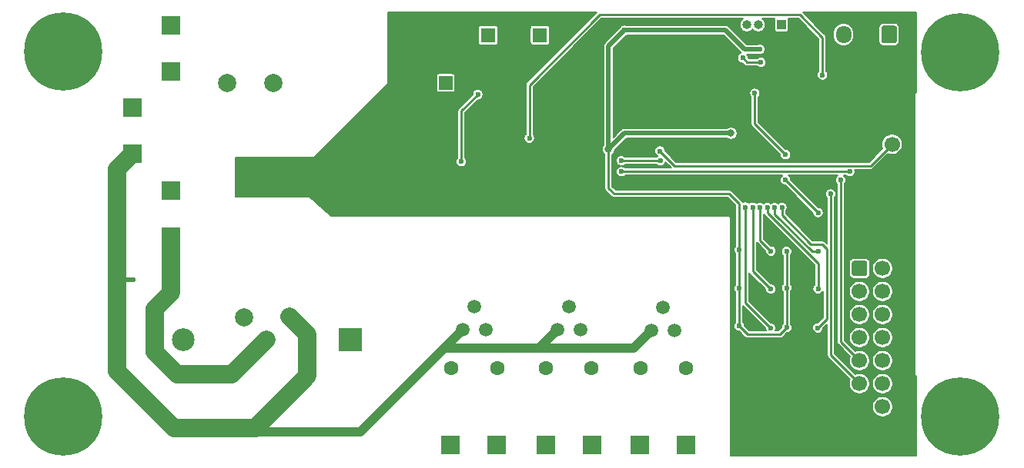
<source format=gbr>
%TF.GenerationSoftware,KiCad,Pcbnew,(5.1.10)-1*%
%TF.CreationDate,2021-11-29T17:35:51+04:00*%
%TF.ProjectId,Coffe_Machine_Gogokhia_Edition_SIMPLE,436f6666-655f-44d6-9163-68696e655f47,rev?*%
%TF.SameCoordinates,Original*%
%TF.FileFunction,Copper,L2,Bot*%
%TF.FilePolarity,Positive*%
%FSLAX46Y46*%
G04 Gerber Fmt 4.6, Leading zero omitted, Abs format (unit mm)*
G04 Created by KiCad (PCBNEW (5.1.10)-1) date 2021-11-29 17:35:51*
%MOMM*%
%LPD*%
G01*
G04 APERTURE LIST*
%TA.AperFunction,ComponentPad*%
%ADD10C,1.600000*%
%TD*%
%TA.AperFunction,ComponentPad*%
%ADD11R,1.600000X1.600000*%
%TD*%
%TA.AperFunction,ComponentPad*%
%ADD12O,1.905000X2.000000*%
%TD*%
%TA.AperFunction,ComponentPad*%
%ADD13C,1.905000*%
%TD*%
%TA.AperFunction,ComponentPad*%
%ADD14R,2.500000X2.500000*%
%TD*%
%TA.AperFunction,ComponentPad*%
%ADD15C,2.000000*%
%TD*%
%TA.AperFunction,ComponentPad*%
%ADD16C,2.500000*%
%TD*%
%TA.AperFunction,ComponentPad*%
%ADD17C,1.700000*%
%TD*%
%TA.AperFunction,ComponentPad*%
%ADD18C,8.600000*%
%TD*%
%TA.AperFunction,ComponentPad*%
%ADD19C,0.900000*%
%TD*%
%TA.AperFunction,ComponentPad*%
%ADD20C,1.498600*%
%TD*%
%TA.AperFunction,ComponentPad*%
%ADD21R,1.500000X1.500000*%
%TD*%
%TA.AperFunction,ComponentPad*%
%ADD22O,1.000000X1.000000*%
%TD*%
%TA.AperFunction,ComponentPad*%
%ADD23R,1.000000X1.000000*%
%TD*%
%TA.AperFunction,ComponentPad*%
%ADD24O,1.700000X1.950000*%
%TD*%
%TA.AperFunction,ComponentPad*%
%ADD25R,2.000000X2.000000*%
%TD*%
%TA.AperFunction,ComponentPad*%
%ADD26O,2.000000X1.700000*%
%TD*%
%TA.AperFunction,ViaPad*%
%ADD27C,0.600000*%
%TD*%
%TA.AperFunction,ViaPad*%
%ADD28C,0.800000*%
%TD*%
%TA.AperFunction,Conductor*%
%ADD29C,0.250000*%
%TD*%
%TA.AperFunction,Conductor*%
%ADD30C,0.500000*%
%TD*%
%TA.AperFunction,Conductor*%
%ADD31C,1.000000*%
%TD*%
%TA.AperFunction,Conductor*%
%ADD32C,2.000000*%
%TD*%
%TA.AperFunction,Conductor*%
%ADD33C,0.200000*%
%TD*%
%TA.AperFunction,Conductor*%
%ADD34C,0.100000*%
%TD*%
G04 APERTURE END LIST*
D10*
%TO.P,C25,2*%
%TO.N,GND*%
X142509880Y-71638160D03*
D11*
%TO.P,C25,1*%
%TO.N,+5V*%
X140009880Y-71638160D03*
%TD*%
D12*
%TO.P,Q1,2*%
%TO.N,Net-(J4-Pad1)*%
X115620800Y-105181400D03*
D13*
%TO.P,Q1,1*%
%TO.N,LINE*%
X118160800Y-102633900D03*
D14*
%TO.P,Q1,4*%
%TO.N,N/C*%
X124810800Y-105181400D03*
D15*
%TO.P,Q1,3*%
%TO.N,Net-(Q1-Pad3)*%
X113160800Y-102681400D03*
D16*
%TO.P,Q1,4*%
%TO.N,N/C*%
X106510800Y-105181400D03*
%TD*%
D17*
%TO.P,J9,14*%
%TO.N,SPI2_MOSI*%
X183388000Y-112560100D03*
%TO.P,J9,12*%
%TO.N,SPI2_SCK*%
X183388000Y-110020100D03*
%TO.P,J9,10*%
%TO.N,+3V3*%
X183388000Y-107480100D03*
%TO.P,J9,8*%
%TO.N,RES*%
X183388000Y-104940100D03*
%TO.P,J9,6*%
%TO.N,STOP_B*%
X183388000Y-102400100D03*
%TO.P,J9,4*%
%TO.N,RIGHT_B*%
X183388000Y-99860100D03*
%TO.P,J9,2*%
%TO.N,DOWN_B*%
X183388000Y-97320100D03*
%TO.P,J9,13*%
%TO.N,GND*%
X180848000Y-112560100D03*
%TO.P,J9,11*%
%TO.N,SPI2_CS_SCREEN*%
X180848000Y-110020100D03*
%TO.P,J9,9*%
%TO.N,SCREEN_LED*%
X180848000Y-107480100D03*
%TO.P,J9,7*%
%TO.N,DC*%
X180848000Y-104940100D03*
%TO.P,J9,5*%
%TO.N,START_B*%
X180848000Y-102400100D03*
%TO.P,J9,3*%
%TO.N,LEFT_B*%
X180848000Y-99860100D03*
%TO.P,J9,1*%
%TO.N,UP_B*%
%TA.AperFunction,ComponentPad*%
G36*
G01*
X179998000Y-97920100D02*
X179998000Y-96720100D01*
G75*
G02*
X180248000Y-96470100I250000J0D01*
G01*
X181448000Y-96470100D01*
G75*
G02*
X181698000Y-96720100I0J-250000D01*
G01*
X181698000Y-97920100D01*
G75*
G02*
X181448000Y-98170100I-250000J0D01*
G01*
X180248000Y-98170100D01*
G75*
G02*
X179998000Y-97920100I0J250000D01*
G01*
G37*
%TD.AperFunction*%
%TD*%
D18*
%TO.P,REF\u002A\u002A,1*%
%TO.N,N/C*%
X93306900Y-73456815D03*
D19*
X96531900Y-73456815D03*
X95587319Y-75737234D03*
X93306900Y-76681815D03*
X91026481Y-75737234D03*
X90081900Y-73456815D03*
X91026481Y-71176396D03*
X93306900Y-70231815D03*
X95587319Y-71176396D03*
%TD*%
D18*
%TO.P,REF\u002A\u002A,1*%
%TO.N,N/C*%
X191935100Y-73482185D03*
D19*
X188710100Y-73482185D03*
X189654681Y-71201766D03*
X191935100Y-70257185D03*
X194215519Y-71201766D03*
X195160100Y-73482185D03*
X194215519Y-75762604D03*
X191935100Y-76707185D03*
X189654681Y-75762604D03*
%TD*%
D18*
%TO.P,REF\u002A\u002A,1*%
%TO.N,N/C*%
X191935100Y-113626885D03*
D19*
X188710100Y-113626885D03*
X189654681Y-111346466D03*
X191935100Y-110401885D03*
X194215519Y-111346466D03*
X195160100Y-113626885D03*
X194215519Y-115907304D03*
X191935100Y-116851885D03*
X189654681Y-115907304D03*
%TD*%
%TO.P,REF\u002A\u002A,1*%
%TO.N,N/C*%
X95587319Y-111321081D03*
X93306900Y-110376500D03*
X91026481Y-111321081D03*
X90081900Y-113601500D03*
X91026481Y-115881919D03*
X93306900Y-116826500D03*
X95587319Y-115881919D03*
X96531900Y-113601500D03*
D18*
X93306900Y-113601500D03*
%TD*%
D10*
%TO.P,C20,2*%
%TO.N,GND*%
X148214720Y-71638160D03*
D11*
%TO.P,C20,1*%
%TO.N,+3V3*%
X145714720Y-71638160D03*
%TD*%
D20*
%TO.P,Q4,1*%
%TO.N,LINE*%
X157988000Y-104140000D03*
%TO.P,Q4,3*%
%TO.N,Net-(Q4-Pad3)*%
X159258000Y-101600000D03*
%TO.P,Q4,2*%
%TO.N,Net-(C4-Pad1)*%
X160528000Y-104140000D03*
%TD*%
%TO.P,Q3,1*%
%TO.N,LINE*%
X147599400Y-104101900D03*
%TO.P,Q3,3*%
%TO.N,Net-(Q3-Pad3)*%
X148869400Y-101561900D03*
%TO.P,Q3,2*%
%TO.N,Net-(C3-Pad1)*%
X150139400Y-104101900D03*
%TD*%
%TO.P,Q2,1*%
%TO.N,LINE*%
X137210800Y-104089200D03*
%TO.P,Q2,3*%
%TO.N,Net-(Q2-Pad3)*%
X138480800Y-101549200D03*
%TO.P,Q2,2*%
%TO.N,Net-(C2-Pad1)*%
X139750800Y-104089200D03*
%TD*%
D21*
%TO.P,PS1,4*%
%TO.N,+5V*%
X135341000Y-76885600D03*
D15*
%TO.P,PS1,1*%
%TO.N,LINE*%
X111341000Y-76885600D03*
%TO.P,PS1,2*%
%TO.N,NEUT*%
X116341000Y-76885600D03*
D21*
%TO.P,PS1,3*%
%TO.N,GND*%
X132841000Y-76885600D03*
%TD*%
D22*
%TO.P,J11,4*%
%TO.N,SWCLK*%
X168452800Y-70497700D03*
%TO.P,J11,3*%
%TO.N,SWDIO*%
X169722800Y-70497700D03*
%TO.P,J11,2*%
%TO.N,GND*%
X170992800Y-70497700D03*
D23*
%TO.P,J11,1*%
%TO.N,+3V3*%
X172262800Y-70497700D03*
%TD*%
D24*
%TO.P,J8,3*%
%TO.N,Net-(C7-Pad1)*%
X179099200Y-71551800D03*
%TO.P,J8,2*%
%TO.N,GND*%
X181599200Y-71551800D03*
%TO.P,J8,1*%
%TO.N,+5V*%
%TA.AperFunction,ComponentPad*%
G36*
G01*
X184949200Y-70826800D02*
X184949200Y-72276800D01*
G75*
G02*
X184699200Y-72526800I-250000J0D01*
G01*
X183499200Y-72526800D01*
G75*
G02*
X183249200Y-72276800I0J250000D01*
G01*
X183249200Y-70826800D01*
G75*
G02*
X183499200Y-70576800I250000J0D01*
G01*
X184699200Y-70576800D01*
G75*
G02*
X184949200Y-70826800I0J-250000D01*
G01*
G37*
%TD.AperFunction*%
%TD*%
D25*
%TO.P,J7,1*%
%TO.N,Net-(C4-Pad1)*%
X161788000Y-116814600D03*
X156708000Y-116814600D03*
%TD*%
%TO.P,J6,1*%
%TO.N,Net-(C3-Pad1)*%
X151399400Y-116814600D03*
X146319400Y-116814600D03*
%TD*%
%TO.P,J5,1*%
%TO.N,Net-(C2-Pad1)*%
X135850000Y-116814600D03*
X140930000Y-116814600D03*
%TD*%
%TO.P,J4,1*%
%TO.N,Net-(J4-Pad1)*%
X105143300Y-88717760D03*
X105143300Y-93797760D03*
%TD*%
D26*
%TO.P,J3,2*%
%TO.N,GND*%
X184416700Y-81154900D03*
D17*
%TO.P,J3,1*%
%TO.N,NTC*%
X184416700Y-83654900D03*
%TD*%
D25*
%TO.P,J2,1*%
%TO.N,NEUT*%
X105143300Y-75617700D03*
X105143300Y-70537700D03*
%TD*%
%TO.P,J1,1*%
%TO.N,LINE*%
X100924360Y-79637730D03*
X100924360Y-84717730D03*
%TD*%
D10*
%TO.P,C4,2*%
%TO.N,Net-(C4-Pad2)*%
X156758000Y-108305600D03*
%TO.P,C4,1*%
%TO.N,Net-(C4-Pad1)*%
X161758000Y-108305600D03*
%TD*%
%TO.P,C3,2*%
%TO.N,Net-(C3-Pad2)*%
X146369400Y-108305600D03*
%TO.P,C3,1*%
%TO.N,Net-(C3-Pad1)*%
X151369400Y-108305600D03*
%TD*%
%TO.P,C2,2*%
%TO.N,Net-(C2-Pad2)*%
X135980800Y-108305600D03*
%TO.P,C2,1*%
%TO.N,Net-(C2-Pad1)*%
X140980800Y-108305600D03*
%TD*%
D27*
%TO.N,GND*%
X112877600Y-85801200D03*
X113563400Y-85801200D03*
X113614200Y-86512400D03*
X112877600Y-86512400D03*
X156819600Y-74472800D03*
X158775400Y-72021700D03*
X156133800Y-74457560D03*
X166116000Y-72263000D03*
X158978600Y-81089500D03*
X168973500Y-99326700D03*
X175031400Y-99529900D03*
X169778680Y-99319080D03*
X174066200Y-99555300D03*
X169849800Y-95211900D03*
X168910000Y-103720900D03*
X169760900Y-103708200D03*
X173741080Y-91130120D03*
X174498000Y-91125040D03*
X175018700Y-103860600D03*
X173901100Y-103860600D03*
X175199040Y-80015080D03*
X175922940Y-80015080D03*
X176621440Y-80015080D03*
X175199040Y-80713580D03*
X175935640Y-80713580D03*
X176621440Y-80738980D03*
X175199040Y-81437480D03*
X175961040Y-81437480D03*
X176634140Y-81437480D03*
X166806880Y-83530440D03*
X157840680Y-84399120D03*
X171587160Y-84805520D03*
X170820080Y-84805520D03*
X170815000Y-84074000D03*
X155107640Y-76433680D03*
X137942320Y-74335640D03*
X138755120Y-74335640D03*
X139573000Y-74366120D03*
X137942320Y-75051920D03*
X138790680Y-75087480D03*
X139573000Y-75087480D03*
X137942320Y-75803760D03*
X138790680Y-75803760D03*
X139573000Y-75834240D03*
X143352520Y-88315800D03*
X144134840Y-88315800D03*
X144983200Y-88315800D03*
X143352520Y-89067640D03*
X144134840Y-89067640D03*
X144983200Y-89067640D03*
X143352520Y-89814400D03*
X144134840Y-89814400D03*
X145013680Y-89783920D03*
X149463760Y-74096880D03*
X150261320Y-74122280D03*
X151028400Y-74122280D03*
X151028400Y-73355200D03*
X150261320Y-73355200D03*
X149438360Y-73355200D03*
X156829760Y-75153520D03*
X156159200Y-75163680D03*
X167584120Y-109225080D03*
X169336720Y-109225080D03*
X171089320Y-109225080D03*
X172841920Y-109225080D03*
X174594520Y-109225080D03*
X176347120Y-109225080D03*
X167584120Y-113832640D03*
X169336720Y-113832640D03*
X171089320Y-113832640D03*
X172841920Y-113832640D03*
X174594520Y-113832640D03*
X176347120Y-113832640D03*
X180213000Y-93812360D03*
X180985160Y-93792040D03*
X181757320Y-93792040D03*
X180202840Y-94538800D03*
X180985160Y-94538800D03*
X181757320Y-94508320D03*
X180187600Y-95255080D03*
X180995320Y-95255080D03*
X181757320Y-95255080D03*
X137942320Y-76530200D03*
X138790680Y-76530200D03*
X139578080Y-76530200D03*
X137942320Y-77216000D03*
X138790680Y-77210920D03*
X139578080Y-77236320D03*
X137942320Y-73639680D03*
X138744960Y-73644760D03*
X139567920Y-73644760D03*
%TO.N,NTC*%
X158902400Y-84391500D03*
%TO.N,+5V*%
X144538700Y-82969100D03*
X176771300Y-76022200D03*
D28*
%TO.N,+3V3*%
X153238198Y-84201000D03*
D27*
X167614600Y-95275400D03*
X167627300Y-99517200D03*
X172834300Y-99491800D03*
X172834300Y-103850600D03*
X167627300Y-103682800D03*
X172834300Y-95443200D03*
X154990800Y-71094600D03*
X169900600Y-73177400D03*
X169989502Y-74625200D03*
X168005600Y-74142600D03*
D28*
X166715440Y-82443320D03*
D27*
X137058400Y-85567520D03*
X138874500Y-78168500D03*
%TO.N,+3V0*%
X154673300Y-86664800D03*
X179781200Y-86642110D03*
%TO.N,LINE*%
X100990400Y-98549460D03*
%TO.N,RES*%
X168300961Y-90577997D03*
X171081700Y-103911400D03*
%TO.N,DC*%
X172311269Y-90606831D03*
X176250600Y-103886000D03*
%TO.N,SW1_uC*%
X158927800Y-85458300D03*
X154647900Y-85458298D03*
%TO.N,DOWN*%
X176288700Y-91173298D03*
X172707300Y-87579200D03*
X172707306Y-84797906D03*
X169329100Y-78028800D03*
%TO.N,SPI2_CS_SCREEN*%
X177673000Y-89124270D03*
%TO.N,SCREEN_LED*%
X178777900Y-87579200D03*
%TO.N,LEFT*%
X171081700Y-95415100D03*
X169900803Y-90601548D03*
%TO.N,RIGHT*%
X176288700Y-95443200D03*
X171500800Y-90614500D03*
%TO.N,START*%
X171081700Y-99606100D03*
X169100917Y-90587402D03*
%TO.N,STOP*%
X176288700Y-99580700D03*
X170700801Y-90606229D03*
%TD*%
D29*
%TO.N,NTC*%
X160528000Y-86017100D02*
X158902400Y-84391500D01*
X184416700Y-83654900D02*
X182054500Y-86017100D01*
X182054500Y-86017100D02*
X160528000Y-86017100D01*
%TO.N,+5V*%
X176771300Y-71869300D02*
X176771300Y-76022200D01*
X174282100Y-69380100D02*
X176771300Y-71869300D01*
X152300940Y-69380100D02*
X174282100Y-69380100D01*
X144538700Y-77142340D02*
X152300940Y-69380100D01*
X144538700Y-82969100D02*
X144538700Y-77142340D01*
%TO.N,+3V3*%
X167614600Y-99504500D02*
X167627300Y-99517200D01*
X167614600Y-95275400D02*
X167614600Y-99504500D01*
X172834300Y-99491800D02*
X172834300Y-103850600D01*
X168554400Y-104609900D02*
X167627300Y-103682800D01*
X172075000Y-104609900D02*
X168554400Y-104609900D01*
X172834300Y-103850600D02*
X172075000Y-104609900D01*
X167627300Y-103682800D02*
X167627300Y-99517200D01*
X172834300Y-99491800D02*
X172834300Y-95443200D01*
D30*
X168198800Y-73177400D02*
X169900600Y-73177400D01*
X166116000Y-71094600D02*
X168198800Y-73177400D01*
X154990800Y-71094600D02*
X166116000Y-71094600D01*
D29*
X168488200Y-74625200D02*
X168005600Y-74142600D01*
X169989502Y-74625200D02*
X168488200Y-74625200D01*
D30*
X162372042Y-82443320D02*
X166715440Y-82443320D01*
X154995878Y-82443320D02*
X162372042Y-82443320D01*
X153238198Y-84201000D02*
X154995878Y-82443320D01*
X153238198Y-84201000D02*
X153238198Y-72847202D01*
X153238198Y-72847202D02*
X154990800Y-71094600D01*
D29*
X137058400Y-85567520D02*
X137058400Y-79984600D01*
X137058400Y-79984600D02*
X138874500Y-78168500D01*
X153238200Y-84201002D02*
X153238198Y-84201000D01*
X153238200Y-88480900D02*
X153238200Y-84201002D01*
X153873200Y-89115900D02*
X153238200Y-88480900D01*
X166545260Y-89115900D02*
X153873200Y-89115900D01*
X167614600Y-90185240D02*
X166545260Y-89115900D01*
X167614600Y-95275400D02*
X167614600Y-90185240D01*
%TO.N,+3V0*%
X154673300Y-86664800D02*
X179758510Y-86664800D01*
X179758510Y-86664800D02*
X179781200Y-86642110D01*
D31*
%TO.N,LINE*%
X156006800Y-106121200D02*
X157988000Y-104140000D01*
X139242800Y-106121200D02*
X156006800Y-106121200D01*
X145656300Y-106045000D02*
X147599400Y-104101900D01*
D30*
X99453700Y-98539300D02*
X99218210Y-98303810D01*
D32*
X100895310Y-84717730D02*
X100924360Y-84717730D01*
X99218210Y-86394830D02*
X100895310Y-84717730D01*
X99218210Y-98303810D02*
X99218210Y-86394830D01*
D29*
X99218210Y-98303810D02*
X99463860Y-98549460D01*
D30*
X99463860Y-98549460D02*
X100990400Y-98549460D01*
D32*
X120147080Y-104620180D02*
X118160800Y-102633900D01*
X120147080Y-109159040D02*
X120147080Y-104620180D01*
X114432080Y-114874040D02*
X120147080Y-109159040D01*
D31*
X125973840Y-115326160D02*
X130957320Y-110342680D01*
X114884200Y-115326160D02*
X125973840Y-115326160D01*
X114432080Y-114874040D02*
X114884200Y-115326160D01*
X135178800Y-106121200D02*
X134940040Y-106359960D01*
X139242800Y-106121200D02*
X135178800Y-106121200D01*
X134940040Y-106359960D02*
X137210800Y-104089200D01*
X130957320Y-110342680D02*
X134940040Y-106359960D01*
D32*
X105435400Y-114874040D02*
X114432080Y-114874040D01*
X99218210Y-108656850D02*
X105435400Y-114874040D01*
X99218210Y-98303810D02*
X99218210Y-108656850D01*
D29*
%TO.N,RES*%
X171081700Y-103911400D02*
X171081700Y-103911400D01*
X168300961Y-101130661D02*
X168300961Y-90577997D01*
X171081700Y-103911400D02*
X168300961Y-101130661D01*
%TO.N,DC*%
X176250600Y-103886000D02*
X176250600Y-103886000D01*
X172311269Y-91488469D02*
X172311269Y-90606831D01*
X176720500Y-94665800D02*
X175488600Y-94665800D01*
X177241200Y-102895400D02*
X177241200Y-95186500D01*
X175488600Y-94665800D02*
X172311269Y-91488469D01*
X177241200Y-95186500D02*
X176720500Y-94665800D01*
X176250600Y-103886000D02*
X177241200Y-102895400D01*
%TO.N,SW1_uC*%
X158927800Y-85458300D02*
X154647902Y-85458300D01*
X154647902Y-85458300D02*
X154647900Y-85458298D01*
%TO.N,DOWN*%
X172707300Y-87591900D02*
X172707300Y-87579200D01*
X176288700Y-91173298D02*
X172707300Y-87591900D01*
X172707306Y-84797906D02*
X169329100Y-81419700D01*
X169329100Y-81419700D02*
X169329100Y-78028800D01*
D32*
%TO.N,Net-(J4-Pad1)*%
X115620800Y-105206800D02*
X115620800Y-105181400D01*
X111851440Y-108976160D02*
X115620800Y-105206800D01*
X103342440Y-106492040D02*
X105826560Y-108976160D01*
X105826560Y-108976160D02*
X111851440Y-108976160D01*
X103342440Y-101787960D02*
X103342440Y-106492040D01*
X105143300Y-99987100D02*
X103342440Y-101787960D01*
X105143300Y-93797760D02*
X105143300Y-99987100D01*
D29*
%TO.N,SPI2_CS_SCREEN*%
X177698398Y-89149668D02*
X177673000Y-89124270D01*
X180848000Y-110020100D02*
X177698398Y-106870498D01*
X177698398Y-106870498D02*
X177698398Y-89149668D01*
%TO.N,SCREEN_LED*%
X180848000Y-107480100D02*
X178777900Y-105410000D01*
X178777900Y-105410000D02*
X178777900Y-87579200D01*
%TO.N,LEFT*%
X171081700Y-95415100D02*
X169900803Y-94234203D01*
X169900803Y-94234203D02*
X169900803Y-90601548D01*
%TO.N,RIGHT*%
X176288700Y-95443200D02*
X175607010Y-95443200D01*
X175607010Y-95443200D02*
X171500800Y-91336990D01*
X171500800Y-91336990D02*
X171500800Y-90614500D01*
%TO.N,START*%
X169100917Y-97625317D02*
X169100917Y-90587402D01*
X171081700Y-99606100D02*
X169100917Y-97625317D01*
%TO.N,STOP*%
X170700801Y-91173401D02*
X170700801Y-90606229D01*
X176288700Y-96761300D02*
X170700801Y-91173401D01*
X176288700Y-99580700D02*
X176288700Y-96761300D01*
%TD*%
D33*
%TO.N,GND*%
X144252939Y-76827061D02*
X144236727Y-76840366D01*
X144183617Y-76905080D01*
X144144153Y-76978913D01*
X144119850Y-77059026D01*
X144111645Y-77142340D01*
X144113701Y-77163217D01*
X144113700Y-82545572D01*
X144072650Y-82586622D01*
X144006987Y-82684893D01*
X143961758Y-82794086D01*
X143938700Y-82910005D01*
X143938700Y-83028195D01*
X143961758Y-83144114D01*
X144006987Y-83253307D01*
X144072650Y-83351578D01*
X144156222Y-83435150D01*
X144254493Y-83500813D01*
X144363686Y-83546042D01*
X144479605Y-83569100D01*
X144597795Y-83569100D01*
X144713714Y-83546042D01*
X144822907Y-83500813D01*
X144921178Y-83435150D01*
X145004750Y-83351578D01*
X145070413Y-83253307D01*
X145115642Y-83144114D01*
X145138700Y-83028195D01*
X145138700Y-82910005D01*
X145115642Y-82794086D01*
X145070413Y-82684893D01*
X145004750Y-82586622D01*
X144963700Y-82545572D01*
X144963700Y-77318380D01*
X152476981Y-69805100D01*
X168049387Y-69805100D01*
X167942830Y-69876299D01*
X167831399Y-69987730D01*
X167743849Y-70118758D01*
X167683543Y-70264349D01*
X167652800Y-70418907D01*
X167652800Y-70576493D01*
X167683543Y-70731051D01*
X167743849Y-70876642D01*
X167831399Y-71007670D01*
X167942830Y-71119101D01*
X168073858Y-71206651D01*
X168219449Y-71266957D01*
X168374007Y-71297700D01*
X168531593Y-71297700D01*
X168686151Y-71266957D01*
X168831742Y-71206651D01*
X168962770Y-71119101D01*
X169074201Y-71007670D01*
X169087800Y-70987318D01*
X169101399Y-71007670D01*
X169212830Y-71119101D01*
X169343858Y-71206651D01*
X169489449Y-71266957D01*
X169644007Y-71297700D01*
X169801593Y-71297700D01*
X169956151Y-71266957D01*
X170101742Y-71206651D01*
X170232770Y-71119101D01*
X170344201Y-71007670D01*
X170431751Y-70876642D01*
X170492057Y-70731051D01*
X170522800Y-70576493D01*
X170522800Y-70418907D01*
X170492057Y-70264349D01*
X170431751Y-70118758D01*
X170344201Y-69987730D01*
X170232770Y-69876299D01*
X170126213Y-69805100D01*
X171532771Y-69805100D01*
X171512153Y-69830223D01*
X171484296Y-69882340D01*
X171467141Y-69938890D01*
X171461349Y-69997700D01*
X171461349Y-70997700D01*
X171467141Y-71056510D01*
X171484296Y-71113060D01*
X171512153Y-71165177D01*
X171549642Y-71210858D01*
X171595323Y-71248347D01*
X171647440Y-71276204D01*
X171703990Y-71293359D01*
X171762800Y-71299151D01*
X172762800Y-71299151D01*
X172821610Y-71293359D01*
X172878160Y-71276204D01*
X172930277Y-71248347D01*
X172975958Y-71210858D01*
X173013447Y-71165177D01*
X173041304Y-71113060D01*
X173058459Y-71056510D01*
X173064251Y-70997700D01*
X173064251Y-69997700D01*
X173058459Y-69938890D01*
X173041304Y-69882340D01*
X173013447Y-69830223D01*
X172992829Y-69805100D01*
X174106060Y-69805100D01*
X176346300Y-72045341D01*
X176346301Y-75598671D01*
X176305250Y-75639722D01*
X176239587Y-75737993D01*
X176194358Y-75847186D01*
X176171300Y-75963105D01*
X176171300Y-76081295D01*
X176194358Y-76197214D01*
X176239587Y-76306407D01*
X176305250Y-76404678D01*
X176388822Y-76488250D01*
X176487093Y-76553913D01*
X176596286Y-76599142D01*
X176712205Y-76622200D01*
X176830395Y-76622200D01*
X176946314Y-76599142D01*
X177055507Y-76553913D01*
X177153778Y-76488250D01*
X177237350Y-76404678D01*
X177303013Y-76306407D01*
X177348242Y-76197214D01*
X177371300Y-76081295D01*
X177371300Y-75963105D01*
X177348242Y-75847186D01*
X177303013Y-75737993D01*
X177237350Y-75639722D01*
X177196300Y-75598672D01*
X177196300Y-71890166D01*
X177198355Y-71869299D01*
X177196300Y-71848432D01*
X177196300Y-71848426D01*
X177190150Y-71785986D01*
X177165848Y-71705873D01*
X177126384Y-71632040D01*
X177073274Y-71567326D01*
X177057063Y-71554022D01*
X176873349Y-71370308D01*
X177949200Y-71370308D01*
X177949200Y-71733291D01*
X177965840Y-71902238D01*
X178031598Y-72119014D01*
X178138384Y-72318796D01*
X178282093Y-72493907D01*
X178457203Y-72637616D01*
X178656985Y-72744402D01*
X178873761Y-72810160D01*
X179099200Y-72832364D01*
X179324638Y-72810160D01*
X179541414Y-72744402D01*
X179741196Y-72637616D01*
X179916307Y-72493907D01*
X180060016Y-72318797D01*
X180166802Y-72119015D01*
X180232560Y-71902239D01*
X180249200Y-71733292D01*
X180249200Y-71370309D01*
X180232560Y-71201362D01*
X180166802Y-70984586D01*
X180082464Y-70826800D01*
X182947749Y-70826800D01*
X182947749Y-72276800D01*
X182958345Y-72384383D01*
X182989726Y-72487831D01*
X183040685Y-72583170D01*
X183109265Y-72666735D01*
X183192830Y-72735315D01*
X183288169Y-72786274D01*
X183391617Y-72817655D01*
X183499200Y-72828251D01*
X184699200Y-72828251D01*
X184806783Y-72817655D01*
X184910231Y-72786274D01*
X185005570Y-72735315D01*
X185089135Y-72666735D01*
X185157715Y-72583170D01*
X185208674Y-72487831D01*
X185240055Y-72384383D01*
X185250651Y-72276800D01*
X185250651Y-70826800D01*
X185240055Y-70719217D01*
X185208674Y-70615769D01*
X185157715Y-70520430D01*
X185089135Y-70436865D01*
X185005570Y-70368285D01*
X184910231Y-70317326D01*
X184806783Y-70285945D01*
X184699200Y-70275349D01*
X183499200Y-70275349D01*
X183391617Y-70285945D01*
X183288169Y-70317326D01*
X183192830Y-70368285D01*
X183109265Y-70436865D01*
X183040685Y-70520430D01*
X182989726Y-70615769D01*
X182958345Y-70719217D01*
X182947749Y-70826800D01*
X180082464Y-70826800D01*
X180060016Y-70784804D01*
X179916307Y-70609693D01*
X179741197Y-70465984D01*
X179541415Y-70359198D01*
X179324639Y-70293440D01*
X179099200Y-70271236D01*
X178873762Y-70293440D01*
X178656986Y-70359198D01*
X178457204Y-70465984D01*
X178282094Y-70609693D01*
X178138384Y-70784803D01*
X178031598Y-70984585D01*
X177965840Y-71201361D01*
X177949200Y-71370308D01*
X176873349Y-71370308D01*
X174598540Y-69095500D01*
X187078524Y-69095500D01*
X187078524Y-77891001D01*
X187067366Y-77896965D01*
X187017879Y-77937579D01*
X186977265Y-77987066D01*
X186947087Y-78043526D01*
X186928503Y-78104789D01*
X186922228Y-78168500D01*
X186923800Y-78184461D01*
X186923801Y-108899214D01*
X186922228Y-108915185D01*
X186928503Y-108978896D01*
X186947087Y-109040159D01*
X186977265Y-109096619D01*
X187017879Y-109146106D01*
X187067366Y-109186720D01*
X187078524Y-109192684D01*
X187078524Y-117988200D01*
X166637745Y-117988200D01*
X166640932Y-112446835D01*
X182238000Y-112446835D01*
X182238000Y-112673365D01*
X182282194Y-112895543D01*
X182368884Y-113104829D01*
X182494737Y-113293182D01*
X182654918Y-113453363D01*
X182843271Y-113579216D01*
X183052557Y-113665906D01*
X183274735Y-113710100D01*
X183501265Y-113710100D01*
X183723443Y-113665906D01*
X183932729Y-113579216D01*
X184121082Y-113453363D01*
X184281263Y-113293182D01*
X184407116Y-113104829D01*
X184493806Y-112895543D01*
X184538000Y-112673365D01*
X184538000Y-112446835D01*
X184493806Y-112224657D01*
X184407116Y-112015371D01*
X184281263Y-111827018D01*
X184121082Y-111666837D01*
X183932729Y-111540984D01*
X183723443Y-111454294D01*
X183501265Y-111410100D01*
X183274735Y-111410100D01*
X183052557Y-111454294D01*
X182843271Y-111540984D01*
X182654918Y-111666837D01*
X182494737Y-111827018D01*
X182368884Y-112015371D01*
X182282194Y-112224657D01*
X182238000Y-112446835D01*
X166640932Y-112446835D01*
X166652880Y-91673738D01*
X166650970Y-91654227D01*
X166645290Y-91635465D01*
X166636059Y-91618171D01*
X166623631Y-91603010D01*
X166608485Y-91590565D01*
X166591201Y-91581314D01*
X166572445Y-91575613D01*
X166553007Y-91573680D01*
X122700239Y-91517840D01*
X120340888Y-89447133D01*
X120324957Y-89435709D01*
X120307104Y-89427611D01*
X120288015Y-89423153D01*
X120275237Y-89422292D01*
X112272324Y-89397204D01*
X112272324Y-87388443D01*
X112267635Y-85508425D01*
X136458400Y-85508425D01*
X136458400Y-85626615D01*
X136481458Y-85742534D01*
X136526687Y-85851727D01*
X136592350Y-85949998D01*
X136675922Y-86033570D01*
X136774193Y-86099233D01*
X136883386Y-86144462D01*
X136999305Y-86167520D01*
X137117495Y-86167520D01*
X137233414Y-86144462D01*
X137342607Y-86099233D01*
X137440878Y-86033570D01*
X137524450Y-85949998D01*
X137590113Y-85851727D01*
X137635342Y-85742534D01*
X137658400Y-85626615D01*
X137658400Y-85508425D01*
X137635342Y-85392506D01*
X137590113Y-85283313D01*
X137524450Y-85185042D01*
X137483400Y-85143992D01*
X137483400Y-84132056D01*
X152538198Y-84132056D01*
X152538198Y-84269944D01*
X152565099Y-84405182D01*
X152617866Y-84532574D01*
X152694472Y-84647224D01*
X152791974Y-84744726D01*
X152813201Y-84758909D01*
X152813200Y-88460033D01*
X152811145Y-88480900D01*
X152813200Y-88501767D01*
X152813200Y-88501773D01*
X152819350Y-88564213D01*
X152843652Y-88644326D01*
X152883116Y-88718159D01*
X152936226Y-88782874D01*
X152952444Y-88796184D01*
X153557916Y-89401656D01*
X153571226Y-89417874D01*
X153635940Y-89470984D01*
X153699115Y-89504751D01*
X153709773Y-89510448D01*
X153789886Y-89534750D01*
X153873200Y-89542956D01*
X153894074Y-89540900D01*
X166369220Y-89540900D01*
X167189601Y-90361282D01*
X167189600Y-94851872D01*
X167148550Y-94892922D01*
X167082887Y-94991193D01*
X167037658Y-95100386D01*
X167014600Y-95216305D01*
X167014600Y-95334495D01*
X167037658Y-95450414D01*
X167082887Y-95559607D01*
X167148550Y-95657878D01*
X167189600Y-95698928D01*
X167189601Y-99106371D01*
X167161250Y-99134722D01*
X167095587Y-99232993D01*
X167050358Y-99342186D01*
X167027300Y-99458105D01*
X167027300Y-99576295D01*
X167050358Y-99692214D01*
X167095587Y-99801407D01*
X167161250Y-99899678D01*
X167202301Y-99940729D01*
X167202300Y-103259272D01*
X167161250Y-103300322D01*
X167095587Y-103398593D01*
X167050358Y-103507786D01*
X167027300Y-103623705D01*
X167027300Y-103741895D01*
X167050358Y-103857814D01*
X167095587Y-103967007D01*
X167161250Y-104065278D01*
X167244822Y-104148850D01*
X167343093Y-104214513D01*
X167452286Y-104259742D01*
X167568205Y-104282800D01*
X167626260Y-104282800D01*
X168239121Y-104895662D01*
X168252426Y-104911874D01*
X168268638Y-104925179D01*
X168268639Y-104925180D01*
X168270316Y-104926556D01*
X168317140Y-104964984D01*
X168390973Y-105004448D01*
X168446783Y-105021378D01*
X168471085Y-105028750D01*
X168479498Y-105029579D01*
X168533526Y-105034900D01*
X168533532Y-105034900D01*
X168554399Y-105036955D01*
X168575266Y-105034900D01*
X172054133Y-105034900D01*
X172075000Y-105036955D01*
X172095867Y-105034900D01*
X172095874Y-105034900D01*
X172158314Y-105028750D01*
X172238427Y-105004448D01*
X172312260Y-104964984D01*
X172376974Y-104911874D01*
X172390283Y-104895657D01*
X172835341Y-104450600D01*
X172893395Y-104450600D01*
X173009314Y-104427542D01*
X173118507Y-104382313D01*
X173216778Y-104316650D01*
X173300350Y-104233078D01*
X173366013Y-104134807D01*
X173411242Y-104025614D01*
X173434300Y-103909695D01*
X173434300Y-103791505D01*
X173411242Y-103675586D01*
X173366013Y-103566393D01*
X173300350Y-103468122D01*
X173259300Y-103427072D01*
X173259300Y-99915328D01*
X173300350Y-99874278D01*
X173366013Y-99776007D01*
X173411242Y-99666814D01*
X173434300Y-99550895D01*
X173434300Y-99432705D01*
X173411242Y-99316786D01*
X173366013Y-99207593D01*
X173300350Y-99109322D01*
X173259300Y-99068272D01*
X173259300Y-95866728D01*
X173300350Y-95825678D01*
X173366013Y-95727407D01*
X173411242Y-95618214D01*
X173434300Y-95502295D01*
X173434300Y-95384105D01*
X173411242Y-95268186D01*
X173366013Y-95158993D01*
X173300350Y-95060722D01*
X173216778Y-94977150D01*
X173118507Y-94911487D01*
X173009314Y-94866258D01*
X172893395Y-94843200D01*
X172775205Y-94843200D01*
X172659286Y-94866258D01*
X172550093Y-94911487D01*
X172451822Y-94977150D01*
X172368250Y-95060722D01*
X172302587Y-95158993D01*
X172257358Y-95268186D01*
X172234300Y-95384105D01*
X172234300Y-95502295D01*
X172257358Y-95618214D01*
X172302587Y-95727407D01*
X172368250Y-95825678D01*
X172409301Y-95866729D01*
X172409300Y-99068272D01*
X172368250Y-99109322D01*
X172302587Y-99207593D01*
X172257358Y-99316786D01*
X172234300Y-99432705D01*
X172234300Y-99550895D01*
X172257358Y-99666814D01*
X172302587Y-99776007D01*
X172368250Y-99874278D01*
X172409300Y-99915328D01*
X172409301Y-103427071D01*
X172368250Y-103468122D01*
X172302587Y-103566393D01*
X172257358Y-103675586D01*
X172234300Y-103791505D01*
X172234300Y-103849559D01*
X171898960Y-104184900D01*
X171617848Y-104184900D01*
X171658642Y-104086414D01*
X171681700Y-103970495D01*
X171681700Y-103852305D01*
X171658642Y-103736386D01*
X171613413Y-103627193D01*
X171547750Y-103528922D01*
X171464178Y-103445350D01*
X171365907Y-103379687D01*
X171256714Y-103334458D01*
X171140795Y-103311400D01*
X171082741Y-103311400D01*
X168725961Y-100954621D01*
X168725961Y-97825398D01*
X168745833Y-97862576D01*
X168798943Y-97927291D01*
X168815160Y-97940600D01*
X170481700Y-99607141D01*
X170481700Y-99665195D01*
X170504758Y-99781114D01*
X170549987Y-99890307D01*
X170615650Y-99988578D01*
X170699222Y-100072150D01*
X170797493Y-100137813D01*
X170906686Y-100183042D01*
X171022605Y-100206100D01*
X171140795Y-100206100D01*
X171256714Y-100183042D01*
X171365907Y-100137813D01*
X171464178Y-100072150D01*
X171547750Y-99988578D01*
X171613413Y-99890307D01*
X171658642Y-99781114D01*
X171681700Y-99665195D01*
X171681700Y-99547005D01*
X171658642Y-99431086D01*
X171613413Y-99321893D01*
X171547750Y-99223622D01*
X171464178Y-99140050D01*
X171365907Y-99074387D01*
X171256714Y-99029158D01*
X171140795Y-99006100D01*
X171082741Y-99006100D01*
X169525917Y-97449277D01*
X169525917Y-94434415D01*
X169545719Y-94471462D01*
X169598829Y-94536177D01*
X169615047Y-94549487D01*
X170481700Y-95416140D01*
X170481700Y-95474195D01*
X170504758Y-95590114D01*
X170549987Y-95699307D01*
X170615650Y-95797578D01*
X170699222Y-95881150D01*
X170797493Y-95946813D01*
X170906686Y-95992042D01*
X171022605Y-96015100D01*
X171140795Y-96015100D01*
X171256714Y-95992042D01*
X171365907Y-95946813D01*
X171464178Y-95881150D01*
X171547750Y-95797578D01*
X171613413Y-95699307D01*
X171658642Y-95590114D01*
X171681700Y-95474195D01*
X171681700Y-95356005D01*
X171658642Y-95240086D01*
X171613413Y-95130893D01*
X171547750Y-95032622D01*
X171464178Y-94949050D01*
X171365907Y-94883387D01*
X171256714Y-94838158D01*
X171140795Y-94815100D01*
X171082740Y-94815100D01*
X170325803Y-94058163D01*
X170325803Y-91373403D01*
X170345717Y-91410660D01*
X170398827Y-91475375D01*
X170415045Y-91488685D01*
X175863701Y-96937341D01*
X175863700Y-99157172D01*
X175822650Y-99198222D01*
X175756987Y-99296493D01*
X175711758Y-99405686D01*
X175688700Y-99521605D01*
X175688700Y-99639795D01*
X175711758Y-99755714D01*
X175756987Y-99864907D01*
X175822650Y-99963178D01*
X175906222Y-100046750D01*
X176004493Y-100112413D01*
X176113686Y-100157642D01*
X176229605Y-100180700D01*
X176347795Y-100180700D01*
X176463714Y-100157642D01*
X176572907Y-100112413D01*
X176671178Y-100046750D01*
X176754750Y-99963178D01*
X176816200Y-99871212D01*
X176816200Y-102719359D01*
X176249560Y-103286000D01*
X176191505Y-103286000D01*
X176075586Y-103309058D01*
X175966393Y-103354287D01*
X175868122Y-103419950D01*
X175784550Y-103503522D01*
X175718887Y-103601793D01*
X175673658Y-103710986D01*
X175650600Y-103826905D01*
X175650600Y-103945095D01*
X175673658Y-104061014D01*
X175718887Y-104170207D01*
X175784550Y-104268478D01*
X175868122Y-104352050D01*
X175966393Y-104417713D01*
X176075586Y-104462942D01*
X176191505Y-104486000D01*
X176309695Y-104486000D01*
X176425614Y-104462942D01*
X176534807Y-104417713D01*
X176633078Y-104352050D01*
X176716650Y-104268478D01*
X176782313Y-104170207D01*
X176827542Y-104061014D01*
X176850600Y-103945095D01*
X176850600Y-103887040D01*
X177273398Y-103464243D01*
X177273398Y-106849631D01*
X177271343Y-106870498D01*
X177273398Y-106891365D01*
X177273398Y-106891371D01*
X177279548Y-106953811D01*
X177303850Y-107033924D01*
X177343314Y-107107757D01*
X177396424Y-107172472D01*
X177412641Y-107185781D01*
X179791788Y-109564928D01*
X179742194Y-109684657D01*
X179698000Y-109906835D01*
X179698000Y-110133365D01*
X179742194Y-110355543D01*
X179828884Y-110564829D01*
X179954737Y-110753182D01*
X180114918Y-110913363D01*
X180303271Y-111039216D01*
X180512557Y-111125906D01*
X180734735Y-111170100D01*
X180961265Y-111170100D01*
X181183443Y-111125906D01*
X181392729Y-111039216D01*
X181581082Y-110913363D01*
X181741263Y-110753182D01*
X181867116Y-110564829D01*
X181953806Y-110355543D01*
X181998000Y-110133365D01*
X181998000Y-109906835D01*
X182238000Y-109906835D01*
X182238000Y-110133365D01*
X182282194Y-110355543D01*
X182368884Y-110564829D01*
X182494737Y-110753182D01*
X182654918Y-110913363D01*
X182843271Y-111039216D01*
X183052557Y-111125906D01*
X183274735Y-111170100D01*
X183501265Y-111170100D01*
X183723443Y-111125906D01*
X183932729Y-111039216D01*
X184121082Y-110913363D01*
X184281263Y-110753182D01*
X184407116Y-110564829D01*
X184493806Y-110355543D01*
X184538000Y-110133365D01*
X184538000Y-109906835D01*
X184493806Y-109684657D01*
X184407116Y-109475371D01*
X184281263Y-109287018D01*
X184121082Y-109126837D01*
X183932729Y-109000984D01*
X183723443Y-108914294D01*
X183501265Y-108870100D01*
X183274735Y-108870100D01*
X183052557Y-108914294D01*
X182843271Y-109000984D01*
X182654918Y-109126837D01*
X182494737Y-109287018D01*
X182368884Y-109475371D01*
X182282194Y-109684657D01*
X182238000Y-109906835D01*
X181998000Y-109906835D01*
X181953806Y-109684657D01*
X181867116Y-109475371D01*
X181741263Y-109287018D01*
X181581082Y-109126837D01*
X181392729Y-109000984D01*
X181183443Y-108914294D01*
X180961265Y-108870100D01*
X180734735Y-108870100D01*
X180512557Y-108914294D01*
X180392828Y-108963888D01*
X178123398Y-106694458D01*
X178123398Y-89522400D01*
X178139050Y-89506748D01*
X178204713Y-89408477D01*
X178249942Y-89299284D01*
X178273000Y-89183365D01*
X178273000Y-89065175D01*
X178249942Y-88949256D01*
X178204713Y-88840063D01*
X178139050Y-88741792D01*
X178055478Y-88658220D01*
X177957207Y-88592557D01*
X177848014Y-88547328D01*
X177732095Y-88524270D01*
X177613905Y-88524270D01*
X177497986Y-88547328D01*
X177388793Y-88592557D01*
X177290522Y-88658220D01*
X177206950Y-88741792D01*
X177141287Y-88840063D01*
X177096058Y-88949256D01*
X177073000Y-89065175D01*
X177073000Y-89183365D01*
X177096058Y-89299284D01*
X177141287Y-89408477D01*
X177206950Y-89506748D01*
X177273399Y-89573197D01*
X177273399Y-94617658D01*
X177035783Y-94380043D01*
X177022474Y-94363826D01*
X176957760Y-94310716D01*
X176883927Y-94271252D01*
X176803814Y-94246950D01*
X176741374Y-94240800D01*
X176741367Y-94240800D01*
X176720500Y-94238745D01*
X176699633Y-94240800D01*
X175664640Y-94240800D01*
X172736269Y-91312429D01*
X172736269Y-91030359D01*
X172777319Y-90989309D01*
X172842982Y-90891038D01*
X172888211Y-90781845D01*
X172911269Y-90665926D01*
X172911269Y-90547736D01*
X172888211Y-90431817D01*
X172842982Y-90322624D01*
X172777319Y-90224353D01*
X172693747Y-90140781D01*
X172595476Y-90075118D01*
X172486283Y-90029889D01*
X172370364Y-90006831D01*
X172252174Y-90006831D01*
X172136255Y-90029889D01*
X172027062Y-90075118D01*
X171928791Y-90140781D01*
X171902200Y-90167372D01*
X171883278Y-90148450D01*
X171785007Y-90082787D01*
X171675814Y-90037558D01*
X171559895Y-90014500D01*
X171441705Y-90014500D01*
X171325786Y-90037558D01*
X171216593Y-90082787D01*
X171118322Y-90148450D01*
X171104936Y-90161836D01*
X171083279Y-90140179D01*
X170985008Y-90074516D01*
X170875815Y-90029287D01*
X170759896Y-90006229D01*
X170641706Y-90006229D01*
X170525787Y-90029287D01*
X170416594Y-90074516D01*
X170318323Y-90140179D01*
X170303143Y-90155360D01*
X170283281Y-90135498D01*
X170185010Y-90069835D01*
X170075817Y-90024606D01*
X169959898Y-90001548D01*
X169841708Y-90001548D01*
X169725789Y-90024606D01*
X169616596Y-90069835D01*
X169518325Y-90135498D01*
X169507933Y-90145890D01*
X169483395Y-90121352D01*
X169385124Y-90055689D01*
X169275931Y-90010460D01*
X169160012Y-89987402D01*
X169041822Y-89987402D01*
X168925903Y-90010460D01*
X168816710Y-90055689D01*
X168718439Y-90121352D01*
X168705642Y-90134150D01*
X168683439Y-90111947D01*
X168585168Y-90046284D01*
X168475975Y-90001055D01*
X168360056Y-89977997D01*
X168241866Y-89977997D01*
X168125947Y-90001055D01*
X168016754Y-90046284D01*
X168016602Y-90046386D01*
X168009148Y-90021813D01*
X167969684Y-89947980D01*
X167916574Y-89883266D01*
X167900362Y-89869961D01*
X166860543Y-88830143D01*
X166847234Y-88813926D01*
X166782520Y-88760816D01*
X166708687Y-88721352D01*
X166628574Y-88697050D01*
X166566134Y-88690900D01*
X166566127Y-88690900D01*
X166545260Y-88688845D01*
X166524393Y-88690900D01*
X154049240Y-88690900D01*
X153663200Y-88304860D01*
X153663200Y-85399203D01*
X154047900Y-85399203D01*
X154047900Y-85517393D01*
X154070958Y-85633312D01*
X154116187Y-85742505D01*
X154181850Y-85840776D01*
X154265422Y-85924348D01*
X154363693Y-85990011D01*
X154472886Y-86035240D01*
X154588805Y-86058298D01*
X154706995Y-86058298D01*
X154822914Y-86035240D01*
X154932107Y-85990011D01*
X155030378Y-85924348D01*
X155071426Y-85883300D01*
X158504272Y-85883300D01*
X158545322Y-85924350D01*
X158643593Y-85990013D01*
X158752786Y-86035242D01*
X158868705Y-86058300D01*
X158986895Y-86058300D01*
X159102814Y-86035242D01*
X159212007Y-85990013D01*
X159310278Y-85924350D01*
X159393850Y-85840778D01*
X159459513Y-85742507D01*
X159504742Y-85633314D01*
X159511118Y-85601258D01*
X160149660Y-86239800D01*
X155096828Y-86239800D01*
X155055778Y-86198750D01*
X154957507Y-86133087D01*
X154848314Y-86087858D01*
X154732395Y-86064800D01*
X154614205Y-86064800D01*
X154498286Y-86087858D01*
X154389093Y-86133087D01*
X154290822Y-86198750D01*
X154207250Y-86282322D01*
X154141587Y-86380593D01*
X154096358Y-86489786D01*
X154073300Y-86605705D01*
X154073300Y-86723895D01*
X154096358Y-86839814D01*
X154141587Y-86949007D01*
X154207250Y-87047278D01*
X154290822Y-87130850D01*
X154389093Y-87196513D01*
X154498286Y-87241742D01*
X154614205Y-87264800D01*
X154732395Y-87264800D01*
X154848314Y-87241742D01*
X154957507Y-87196513D01*
X155055778Y-87130850D01*
X155096828Y-87089800D01*
X172359768Y-87089800D01*
X172324822Y-87113150D01*
X172241250Y-87196722D01*
X172175587Y-87294993D01*
X172130358Y-87404186D01*
X172107300Y-87520105D01*
X172107300Y-87638295D01*
X172130358Y-87754214D01*
X172175587Y-87863407D01*
X172241250Y-87961678D01*
X172324822Y-88045250D01*
X172423093Y-88110913D01*
X172532286Y-88156142D01*
X172648205Y-88179200D01*
X172693560Y-88179200D01*
X175688700Y-91174339D01*
X175688700Y-91232393D01*
X175711758Y-91348312D01*
X175756987Y-91457505D01*
X175822650Y-91555776D01*
X175906222Y-91639348D01*
X176004493Y-91705011D01*
X176113686Y-91750240D01*
X176229605Y-91773298D01*
X176347795Y-91773298D01*
X176463714Y-91750240D01*
X176572907Y-91705011D01*
X176671178Y-91639348D01*
X176754750Y-91555776D01*
X176820413Y-91457505D01*
X176865642Y-91348312D01*
X176888700Y-91232393D01*
X176888700Y-91114203D01*
X176865642Y-90998284D01*
X176820413Y-90889091D01*
X176754750Y-90790820D01*
X176671178Y-90707248D01*
X176572907Y-90641585D01*
X176463714Y-90596356D01*
X176347795Y-90573298D01*
X176289741Y-90573298D01*
X173307300Y-87590860D01*
X173307300Y-87520105D01*
X173284242Y-87404186D01*
X173239013Y-87294993D01*
X173173350Y-87196722D01*
X173089778Y-87113150D01*
X173054832Y-87089800D01*
X178430368Y-87089800D01*
X178395422Y-87113150D01*
X178311850Y-87196722D01*
X178246187Y-87294993D01*
X178200958Y-87404186D01*
X178177900Y-87520105D01*
X178177900Y-87638295D01*
X178200958Y-87754214D01*
X178246187Y-87863407D01*
X178311850Y-87961678D01*
X178352901Y-88002729D01*
X178352900Y-105389133D01*
X178350845Y-105410000D01*
X178352900Y-105430867D01*
X178352900Y-105430873D01*
X178359050Y-105493313D01*
X178383352Y-105573426D01*
X178422816Y-105647259D01*
X178475926Y-105711974D01*
X178492143Y-105725283D01*
X179791788Y-107024928D01*
X179742194Y-107144657D01*
X179698000Y-107366835D01*
X179698000Y-107593365D01*
X179742194Y-107815543D01*
X179828884Y-108024829D01*
X179954737Y-108213182D01*
X180114918Y-108373363D01*
X180303271Y-108499216D01*
X180512557Y-108585906D01*
X180734735Y-108630100D01*
X180961265Y-108630100D01*
X181183443Y-108585906D01*
X181392729Y-108499216D01*
X181581082Y-108373363D01*
X181741263Y-108213182D01*
X181867116Y-108024829D01*
X181953806Y-107815543D01*
X181998000Y-107593365D01*
X181998000Y-107366835D01*
X182238000Y-107366835D01*
X182238000Y-107593365D01*
X182282194Y-107815543D01*
X182368884Y-108024829D01*
X182494737Y-108213182D01*
X182654918Y-108373363D01*
X182843271Y-108499216D01*
X183052557Y-108585906D01*
X183274735Y-108630100D01*
X183501265Y-108630100D01*
X183723443Y-108585906D01*
X183932729Y-108499216D01*
X184121082Y-108373363D01*
X184281263Y-108213182D01*
X184407116Y-108024829D01*
X184493806Y-107815543D01*
X184538000Y-107593365D01*
X184538000Y-107366835D01*
X184493806Y-107144657D01*
X184407116Y-106935371D01*
X184281263Y-106747018D01*
X184121082Y-106586837D01*
X183932729Y-106460984D01*
X183723443Y-106374294D01*
X183501265Y-106330100D01*
X183274735Y-106330100D01*
X183052557Y-106374294D01*
X182843271Y-106460984D01*
X182654918Y-106586837D01*
X182494737Y-106747018D01*
X182368884Y-106935371D01*
X182282194Y-107144657D01*
X182238000Y-107366835D01*
X181998000Y-107366835D01*
X181953806Y-107144657D01*
X181867116Y-106935371D01*
X181741263Y-106747018D01*
X181581082Y-106586837D01*
X181392729Y-106460984D01*
X181183443Y-106374294D01*
X180961265Y-106330100D01*
X180734735Y-106330100D01*
X180512557Y-106374294D01*
X180392828Y-106423888D01*
X179202900Y-105233960D01*
X179202900Y-104826835D01*
X179698000Y-104826835D01*
X179698000Y-105053365D01*
X179742194Y-105275543D01*
X179828884Y-105484829D01*
X179954737Y-105673182D01*
X180114918Y-105833363D01*
X180303271Y-105959216D01*
X180512557Y-106045906D01*
X180734735Y-106090100D01*
X180961265Y-106090100D01*
X181183443Y-106045906D01*
X181392729Y-105959216D01*
X181581082Y-105833363D01*
X181741263Y-105673182D01*
X181867116Y-105484829D01*
X181953806Y-105275543D01*
X181998000Y-105053365D01*
X181998000Y-104826835D01*
X182238000Y-104826835D01*
X182238000Y-105053365D01*
X182282194Y-105275543D01*
X182368884Y-105484829D01*
X182494737Y-105673182D01*
X182654918Y-105833363D01*
X182843271Y-105959216D01*
X183052557Y-106045906D01*
X183274735Y-106090100D01*
X183501265Y-106090100D01*
X183723443Y-106045906D01*
X183932729Y-105959216D01*
X184121082Y-105833363D01*
X184281263Y-105673182D01*
X184407116Y-105484829D01*
X184493806Y-105275543D01*
X184538000Y-105053365D01*
X184538000Y-104826835D01*
X184493806Y-104604657D01*
X184407116Y-104395371D01*
X184281263Y-104207018D01*
X184121082Y-104046837D01*
X183932729Y-103920984D01*
X183723443Y-103834294D01*
X183501265Y-103790100D01*
X183274735Y-103790100D01*
X183052557Y-103834294D01*
X182843271Y-103920984D01*
X182654918Y-104046837D01*
X182494737Y-104207018D01*
X182368884Y-104395371D01*
X182282194Y-104604657D01*
X182238000Y-104826835D01*
X181998000Y-104826835D01*
X181953806Y-104604657D01*
X181867116Y-104395371D01*
X181741263Y-104207018D01*
X181581082Y-104046837D01*
X181392729Y-103920984D01*
X181183443Y-103834294D01*
X180961265Y-103790100D01*
X180734735Y-103790100D01*
X180512557Y-103834294D01*
X180303271Y-103920984D01*
X180114918Y-104046837D01*
X179954737Y-104207018D01*
X179828884Y-104395371D01*
X179742194Y-104604657D01*
X179698000Y-104826835D01*
X179202900Y-104826835D01*
X179202900Y-102286835D01*
X179698000Y-102286835D01*
X179698000Y-102513365D01*
X179742194Y-102735543D01*
X179828884Y-102944829D01*
X179954737Y-103133182D01*
X180114918Y-103293363D01*
X180303271Y-103419216D01*
X180512557Y-103505906D01*
X180734735Y-103550100D01*
X180961265Y-103550100D01*
X181183443Y-103505906D01*
X181392729Y-103419216D01*
X181581082Y-103293363D01*
X181741263Y-103133182D01*
X181867116Y-102944829D01*
X181953806Y-102735543D01*
X181998000Y-102513365D01*
X181998000Y-102286835D01*
X182238000Y-102286835D01*
X182238000Y-102513365D01*
X182282194Y-102735543D01*
X182368884Y-102944829D01*
X182494737Y-103133182D01*
X182654918Y-103293363D01*
X182843271Y-103419216D01*
X183052557Y-103505906D01*
X183274735Y-103550100D01*
X183501265Y-103550100D01*
X183723443Y-103505906D01*
X183932729Y-103419216D01*
X184121082Y-103293363D01*
X184281263Y-103133182D01*
X184407116Y-102944829D01*
X184493806Y-102735543D01*
X184538000Y-102513365D01*
X184538000Y-102286835D01*
X184493806Y-102064657D01*
X184407116Y-101855371D01*
X184281263Y-101667018D01*
X184121082Y-101506837D01*
X183932729Y-101380984D01*
X183723443Y-101294294D01*
X183501265Y-101250100D01*
X183274735Y-101250100D01*
X183052557Y-101294294D01*
X182843271Y-101380984D01*
X182654918Y-101506837D01*
X182494737Y-101667018D01*
X182368884Y-101855371D01*
X182282194Y-102064657D01*
X182238000Y-102286835D01*
X181998000Y-102286835D01*
X181953806Y-102064657D01*
X181867116Y-101855371D01*
X181741263Y-101667018D01*
X181581082Y-101506837D01*
X181392729Y-101380984D01*
X181183443Y-101294294D01*
X180961265Y-101250100D01*
X180734735Y-101250100D01*
X180512557Y-101294294D01*
X180303271Y-101380984D01*
X180114918Y-101506837D01*
X179954737Y-101667018D01*
X179828884Y-101855371D01*
X179742194Y-102064657D01*
X179698000Y-102286835D01*
X179202900Y-102286835D01*
X179202900Y-99746835D01*
X179698000Y-99746835D01*
X179698000Y-99973365D01*
X179742194Y-100195543D01*
X179828884Y-100404829D01*
X179954737Y-100593182D01*
X180114918Y-100753363D01*
X180303271Y-100879216D01*
X180512557Y-100965906D01*
X180734735Y-101010100D01*
X180961265Y-101010100D01*
X181183443Y-100965906D01*
X181392729Y-100879216D01*
X181581082Y-100753363D01*
X181741263Y-100593182D01*
X181867116Y-100404829D01*
X181953806Y-100195543D01*
X181998000Y-99973365D01*
X181998000Y-99746835D01*
X182238000Y-99746835D01*
X182238000Y-99973365D01*
X182282194Y-100195543D01*
X182368884Y-100404829D01*
X182494737Y-100593182D01*
X182654918Y-100753363D01*
X182843271Y-100879216D01*
X183052557Y-100965906D01*
X183274735Y-101010100D01*
X183501265Y-101010100D01*
X183723443Y-100965906D01*
X183932729Y-100879216D01*
X184121082Y-100753363D01*
X184281263Y-100593182D01*
X184407116Y-100404829D01*
X184493806Y-100195543D01*
X184538000Y-99973365D01*
X184538000Y-99746835D01*
X184493806Y-99524657D01*
X184407116Y-99315371D01*
X184281263Y-99127018D01*
X184121082Y-98966837D01*
X183932729Y-98840984D01*
X183723443Y-98754294D01*
X183501265Y-98710100D01*
X183274735Y-98710100D01*
X183052557Y-98754294D01*
X182843271Y-98840984D01*
X182654918Y-98966837D01*
X182494737Y-99127018D01*
X182368884Y-99315371D01*
X182282194Y-99524657D01*
X182238000Y-99746835D01*
X181998000Y-99746835D01*
X181953806Y-99524657D01*
X181867116Y-99315371D01*
X181741263Y-99127018D01*
X181581082Y-98966837D01*
X181392729Y-98840984D01*
X181183443Y-98754294D01*
X180961265Y-98710100D01*
X180734735Y-98710100D01*
X180512557Y-98754294D01*
X180303271Y-98840984D01*
X180114918Y-98966837D01*
X179954737Y-99127018D01*
X179828884Y-99315371D01*
X179742194Y-99524657D01*
X179698000Y-99746835D01*
X179202900Y-99746835D01*
X179202900Y-96720100D01*
X179696549Y-96720100D01*
X179696549Y-97920100D01*
X179707145Y-98027683D01*
X179738526Y-98131131D01*
X179789485Y-98226470D01*
X179858065Y-98310035D01*
X179941630Y-98378615D01*
X180036969Y-98429574D01*
X180140417Y-98460955D01*
X180248000Y-98471551D01*
X181448000Y-98471551D01*
X181555583Y-98460955D01*
X181659031Y-98429574D01*
X181754370Y-98378615D01*
X181837935Y-98310035D01*
X181906515Y-98226470D01*
X181957474Y-98131131D01*
X181988855Y-98027683D01*
X181999451Y-97920100D01*
X181999451Y-97206835D01*
X182238000Y-97206835D01*
X182238000Y-97433365D01*
X182282194Y-97655543D01*
X182368884Y-97864829D01*
X182494737Y-98053182D01*
X182654918Y-98213363D01*
X182843271Y-98339216D01*
X183052557Y-98425906D01*
X183274735Y-98470100D01*
X183501265Y-98470100D01*
X183723443Y-98425906D01*
X183932729Y-98339216D01*
X184121082Y-98213363D01*
X184281263Y-98053182D01*
X184407116Y-97864829D01*
X184493806Y-97655543D01*
X184538000Y-97433365D01*
X184538000Y-97206835D01*
X184493806Y-96984657D01*
X184407116Y-96775371D01*
X184281263Y-96587018D01*
X184121082Y-96426837D01*
X183932729Y-96300984D01*
X183723443Y-96214294D01*
X183501265Y-96170100D01*
X183274735Y-96170100D01*
X183052557Y-96214294D01*
X182843271Y-96300984D01*
X182654918Y-96426837D01*
X182494737Y-96587018D01*
X182368884Y-96775371D01*
X182282194Y-96984657D01*
X182238000Y-97206835D01*
X181999451Y-97206835D01*
X181999451Y-96720100D01*
X181988855Y-96612517D01*
X181957474Y-96509069D01*
X181906515Y-96413730D01*
X181837935Y-96330165D01*
X181754370Y-96261585D01*
X181659031Y-96210626D01*
X181555583Y-96179245D01*
X181448000Y-96168649D01*
X180248000Y-96168649D01*
X180140417Y-96179245D01*
X180036969Y-96210626D01*
X179941630Y-96261585D01*
X179858065Y-96330165D01*
X179789485Y-96413730D01*
X179738526Y-96509069D01*
X179707145Y-96612517D01*
X179696549Y-96720100D01*
X179202900Y-96720100D01*
X179202900Y-88002728D01*
X179243950Y-87961678D01*
X179309613Y-87863407D01*
X179354842Y-87754214D01*
X179377900Y-87638295D01*
X179377900Y-87520105D01*
X179354842Y-87404186D01*
X179309613Y-87294993D01*
X179243950Y-87196722D01*
X179160378Y-87113150D01*
X179125432Y-87089800D01*
X179380362Y-87089800D01*
X179398722Y-87108160D01*
X179496993Y-87173823D01*
X179606186Y-87219052D01*
X179722105Y-87242110D01*
X179840295Y-87242110D01*
X179956214Y-87219052D01*
X180065407Y-87173823D01*
X180163678Y-87108160D01*
X180247250Y-87024588D01*
X180312913Y-86926317D01*
X180358142Y-86817124D01*
X180381200Y-86701205D01*
X180381200Y-86583015D01*
X180358142Y-86467096D01*
X180347788Y-86442100D01*
X182033633Y-86442100D01*
X182054500Y-86444155D01*
X182075367Y-86442100D01*
X182075374Y-86442100D01*
X182137814Y-86435950D01*
X182217927Y-86411648D01*
X182291760Y-86372184D01*
X182356474Y-86319074D01*
X182369783Y-86302857D01*
X183961528Y-84711112D01*
X184081257Y-84760706D01*
X184303435Y-84804900D01*
X184529965Y-84804900D01*
X184752143Y-84760706D01*
X184961429Y-84674016D01*
X185149782Y-84548163D01*
X185309963Y-84387982D01*
X185435816Y-84199629D01*
X185522506Y-83990343D01*
X185566700Y-83768165D01*
X185566700Y-83541635D01*
X185522506Y-83319457D01*
X185435816Y-83110171D01*
X185309963Y-82921818D01*
X185149782Y-82761637D01*
X184961429Y-82635784D01*
X184752143Y-82549094D01*
X184529965Y-82504900D01*
X184303435Y-82504900D01*
X184081257Y-82549094D01*
X183871971Y-82635784D01*
X183683618Y-82761637D01*
X183523437Y-82921818D01*
X183397584Y-83110171D01*
X183310894Y-83319457D01*
X183266700Y-83541635D01*
X183266700Y-83768165D01*
X183310894Y-83990343D01*
X183360488Y-84110072D01*
X181878460Y-85592100D01*
X160704040Y-85592100D01*
X159502400Y-84390460D01*
X159502400Y-84332405D01*
X159479342Y-84216486D01*
X159434113Y-84107293D01*
X159368450Y-84009022D01*
X159284878Y-83925450D01*
X159186607Y-83859787D01*
X159077414Y-83814558D01*
X158961495Y-83791500D01*
X158843305Y-83791500D01*
X158727386Y-83814558D01*
X158618193Y-83859787D01*
X158519922Y-83925450D01*
X158436350Y-84009022D01*
X158370687Y-84107293D01*
X158325458Y-84216486D01*
X158302400Y-84332405D01*
X158302400Y-84450595D01*
X158325458Y-84566514D01*
X158370687Y-84675707D01*
X158436350Y-84773978D01*
X158519922Y-84857550D01*
X158618193Y-84923213D01*
X158636990Y-84930999D01*
X158545322Y-84992250D01*
X158504272Y-85033300D01*
X155071430Y-85033300D01*
X155030378Y-84992248D01*
X154932107Y-84926585D01*
X154822914Y-84881356D01*
X154706995Y-84858298D01*
X154588805Y-84858298D01*
X154472886Y-84881356D01*
X154363693Y-84926585D01*
X154265422Y-84992248D01*
X154181850Y-85075820D01*
X154116187Y-85174091D01*
X154070958Y-85283284D01*
X154047900Y-85399203D01*
X153663200Y-85399203D01*
X153663200Y-84758906D01*
X153684422Y-84744726D01*
X153781924Y-84647224D01*
X153858530Y-84532574D01*
X153911297Y-84405182D01*
X153935995Y-84281020D01*
X155223696Y-82993320D01*
X166278606Y-82993320D01*
X166383866Y-83063652D01*
X166511258Y-83116419D01*
X166646496Y-83143320D01*
X166784384Y-83143320D01*
X166919622Y-83116419D01*
X167047014Y-83063652D01*
X167161664Y-82987046D01*
X167259166Y-82889544D01*
X167335772Y-82774894D01*
X167388539Y-82647502D01*
X167415440Y-82512264D01*
X167415440Y-82374376D01*
X167388539Y-82239138D01*
X167335772Y-82111746D01*
X167259166Y-81997096D01*
X167161664Y-81899594D01*
X167047014Y-81822988D01*
X166919622Y-81770221D01*
X166784384Y-81743320D01*
X166646496Y-81743320D01*
X166511258Y-81770221D01*
X166383866Y-81822988D01*
X166278606Y-81893320D01*
X155022886Y-81893320D01*
X154995878Y-81890660D01*
X154968870Y-81893320D01*
X154968860Y-81893320D01*
X154888059Y-81901278D01*
X154784384Y-81932728D01*
X154688836Y-81983799D01*
X154626073Y-82035307D01*
X154626068Y-82035312D01*
X154605088Y-82052530D01*
X154587870Y-82073510D01*
X153788198Y-82873182D01*
X153788198Y-77969705D01*
X168729100Y-77969705D01*
X168729100Y-78087895D01*
X168752158Y-78203814D01*
X168797387Y-78313007D01*
X168863050Y-78411278D01*
X168904101Y-78452329D01*
X168904100Y-81398833D01*
X168902045Y-81419700D01*
X168904100Y-81440567D01*
X168904100Y-81440573D01*
X168910250Y-81503013D01*
X168934552Y-81583126D01*
X168974016Y-81656959D01*
X169027126Y-81721674D01*
X169043343Y-81734983D01*
X172107306Y-84798947D01*
X172107306Y-84857001D01*
X172130364Y-84972920D01*
X172175593Y-85082113D01*
X172241256Y-85180384D01*
X172324828Y-85263956D01*
X172423099Y-85329619D01*
X172532292Y-85374848D01*
X172648211Y-85397906D01*
X172766401Y-85397906D01*
X172882320Y-85374848D01*
X172991513Y-85329619D01*
X173089784Y-85263956D01*
X173173356Y-85180384D01*
X173239019Y-85082113D01*
X173284248Y-84972920D01*
X173307306Y-84857001D01*
X173307306Y-84738811D01*
X173284248Y-84622892D01*
X173239019Y-84513699D01*
X173173356Y-84415428D01*
X173089784Y-84331856D01*
X172991513Y-84266193D01*
X172882320Y-84220964D01*
X172766401Y-84197906D01*
X172708347Y-84197906D01*
X169754100Y-81243660D01*
X169754100Y-78452328D01*
X169795150Y-78411278D01*
X169860813Y-78313007D01*
X169906042Y-78203814D01*
X169929100Y-78087895D01*
X169929100Y-77969705D01*
X169906042Y-77853786D01*
X169860813Y-77744593D01*
X169795150Y-77646322D01*
X169711578Y-77562750D01*
X169613307Y-77497087D01*
X169504114Y-77451858D01*
X169388195Y-77428800D01*
X169270005Y-77428800D01*
X169154086Y-77451858D01*
X169044893Y-77497087D01*
X168946622Y-77562750D01*
X168863050Y-77646322D01*
X168797387Y-77744593D01*
X168752158Y-77853786D01*
X168729100Y-77969705D01*
X153788198Y-77969705D01*
X153788198Y-73075019D01*
X155209961Y-71653256D01*
X155230858Y-71644600D01*
X165888183Y-71644600D01*
X167790792Y-73547210D01*
X167808010Y-73568190D01*
X167813532Y-73572722D01*
X167721393Y-73610887D01*
X167623122Y-73676550D01*
X167539550Y-73760122D01*
X167473887Y-73858393D01*
X167428658Y-73967586D01*
X167405600Y-74083505D01*
X167405600Y-74201695D01*
X167428658Y-74317614D01*
X167473887Y-74426807D01*
X167539550Y-74525078D01*
X167623122Y-74608650D01*
X167721393Y-74674313D01*
X167830586Y-74719542D01*
X167946505Y-74742600D01*
X168004559Y-74742600D01*
X168172921Y-74910962D01*
X168186226Y-74927174D01*
X168250940Y-74980284D01*
X168324773Y-75019748D01*
X168380583Y-75036678D01*
X168404885Y-75044050D01*
X168413298Y-75044879D01*
X168467326Y-75050200D01*
X168467332Y-75050200D01*
X168488199Y-75052255D01*
X168509066Y-75050200D01*
X169565974Y-75050200D01*
X169607024Y-75091250D01*
X169705295Y-75156913D01*
X169814488Y-75202142D01*
X169930407Y-75225200D01*
X170048597Y-75225200D01*
X170164516Y-75202142D01*
X170273709Y-75156913D01*
X170371980Y-75091250D01*
X170455552Y-75007678D01*
X170521215Y-74909407D01*
X170566444Y-74800214D01*
X170589502Y-74684295D01*
X170589502Y-74566105D01*
X170566444Y-74450186D01*
X170521215Y-74340993D01*
X170455552Y-74242722D01*
X170371980Y-74159150D01*
X170273709Y-74093487D01*
X170164516Y-74048258D01*
X170048597Y-74025200D01*
X169930407Y-74025200D01*
X169814488Y-74048258D01*
X169705295Y-74093487D01*
X169607024Y-74159150D01*
X169565974Y-74200200D01*
X168664241Y-74200200D01*
X168605600Y-74141559D01*
X168605600Y-74083505D01*
X168582542Y-73967586D01*
X168537313Y-73858393D01*
X168471650Y-73760122D01*
X168438928Y-73727400D01*
X169660542Y-73727400D01*
X169725586Y-73754342D01*
X169841505Y-73777400D01*
X169959695Y-73777400D01*
X170075614Y-73754342D01*
X170184807Y-73709113D01*
X170283078Y-73643450D01*
X170366650Y-73559878D01*
X170432313Y-73461607D01*
X170477542Y-73352414D01*
X170500600Y-73236495D01*
X170500600Y-73118305D01*
X170477542Y-73002386D01*
X170432313Y-72893193D01*
X170366650Y-72794922D01*
X170283078Y-72711350D01*
X170184807Y-72645687D01*
X170075614Y-72600458D01*
X169959695Y-72577400D01*
X169841505Y-72577400D01*
X169725586Y-72600458D01*
X169660542Y-72627400D01*
X168426618Y-72627400D01*
X166524013Y-70724796D01*
X166506790Y-70703810D01*
X166423042Y-70635079D01*
X166327494Y-70584008D01*
X166223819Y-70552558D01*
X166143018Y-70544600D01*
X166143008Y-70544600D01*
X166116000Y-70541940D01*
X166088992Y-70544600D01*
X155230858Y-70544600D01*
X155165814Y-70517658D01*
X155049895Y-70494600D01*
X154931705Y-70494600D01*
X154815786Y-70517658D01*
X154706593Y-70562887D01*
X154608322Y-70628550D01*
X154524750Y-70712122D01*
X154459087Y-70810393D01*
X154432144Y-70875439D01*
X152868389Y-72439194D01*
X152847409Y-72456412D01*
X152830191Y-72477392D01*
X152830185Y-72477398D01*
X152778677Y-72540160D01*
X152746448Y-72600458D01*
X152727607Y-72635708D01*
X152702681Y-72717879D01*
X152696157Y-72739384D01*
X152685538Y-72847202D01*
X152688199Y-72874220D01*
X152688198Y-83764166D01*
X152617866Y-83869426D01*
X152565099Y-83996818D01*
X152538198Y-84132056D01*
X137483400Y-84132056D01*
X137483400Y-80160640D01*
X138875541Y-78768500D01*
X138933595Y-78768500D01*
X139049514Y-78745442D01*
X139158707Y-78700213D01*
X139256978Y-78634550D01*
X139340550Y-78550978D01*
X139406213Y-78452707D01*
X139451442Y-78343514D01*
X139474500Y-78227595D01*
X139474500Y-78109405D01*
X139451442Y-77993486D01*
X139406213Y-77884293D01*
X139340550Y-77786022D01*
X139256978Y-77702450D01*
X139158707Y-77636787D01*
X139049514Y-77591558D01*
X138933595Y-77568500D01*
X138815405Y-77568500D01*
X138699486Y-77591558D01*
X138590293Y-77636787D01*
X138492022Y-77702450D01*
X138408450Y-77786022D01*
X138342787Y-77884293D01*
X138297558Y-77993486D01*
X138274500Y-78109405D01*
X138274500Y-78167459D01*
X136772639Y-79669321D01*
X136756427Y-79682626D01*
X136703317Y-79747340D01*
X136663853Y-79821173D01*
X136639550Y-79901286D01*
X136631345Y-79984600D01*
X136633401Y-80005477D01*
X136633400Y-85143992D01*
X136592350Y-85185042D01*
X136526687Y-85283313D01*
X136481458Y-85392506D01*
X136458400Y-85508425D01*
X112267635Y-85508425D01*
X112266650Y-85113800D01*
X120782924Y-85113792D01*
X120802433Y-85111871D01*
X120821192Y-85106180D01*
X120838481Y-85096939D01*
X120853635Y-85084503D01*
X128981635Y-76956503D01*
X128994071Y-76941349D01*
X129003312Y-76924060D01*
X129009003Y-76905301D01*
X129010924Y-76885792D01*
X129010924Y-76135600D01*
X134289549Y-76135600D01*
X134289549Y-77635600D01*
X134295341Y-77694410D01*
X134312496Y-77750960D01*
X134340353Y-77803077D01*
X134377842Y-77848758D01*
X134423523Y-77886247D01*
X134475640Y-77914104D01*
X134532190Y-77931259D01*
X134591000Y-77937051D01*
X136091000Y-77937051D01*
X136149810Y-77931259D01*
X136206360Y-77914104D01*
X136258477Y-77886247D01*
X136304158Y-77848758D01*
X136341647Y-77803077D01*
X136369504Y-77750960D01*
X136386659Y-77694410D01*
X136392451Y-77635600D01*
X136392451Y-76135600D01*
X136386659Y-76076790D01*
X136369504Y-76020240D01*
X136341647Y-75968123D01*
X136304158Y-75922442D01*
X136258477Y-75884953D01*
X136206360Y-75857096D01*
X136149810Y-75839941D01*
X136091000Y-75834149D01*
X134591000Y-75834149D01*
X134532190Y-75839941D01*
X134475640Y-75857096D01*
X134423523Y-75884953D01*
X134377842Y-75922442D01*
X134340353Y-75968123D01*
X134312496Y-76020240D01*
X134295341Y-76076790D01*
X134289549Y-76135600D01*
X129010924Y-76135600D01*
X129010924Y-70838160D01*
X138908429Y-70838160D01*
X138908429Y-72438160D01*
X138914221Y-72496970D01*
X138931376Y-72553520D01*
X138959233Y-72605637D01*
X138996722Y-72651318D01*
X139042403Y-72688807D01*
X139094520Y-72716664D01*
X139151070Y-72733819D01*
X139209880Y-72739611D01*
X140809880Y-72739611D01*
X140868690Y-72733819D01*
X140925240Y-72716664D01*
X140977357Y-72688807D01*
X141023038Y-72651318D01*
X141060527Y-72605637D01*
X141088384Y-72553520D01*
X141105539Y-72496970D01*
X141111331Y-72438160D01*
X141111331Y-70838160D01*
X144613269Y-70838160D01*
X144613269Y-72438160D01*
X144619061Y-72496970D01*
X144636216Y-72553520D01*
X144664073Y-72605637D01*
X144701562Y-72651318D01*
X144747243Y-72688807D01*
X144799360Y-72716664D01*
X144855910Y-72733819D01*
X144914720Y-72739611D01*
X146514720Y-72739611D01*
X146573530Y-72733819D01*
X146630080Y-72716664D01*
X146682197Y-72688807D01*
X146727878Y-72651318D01*
X146765367Y-72605637D01*
X146793224Y-72553520D01*
X146810379Y-72496970D01*
X146816171Y-72438160D01*
X146816171Y-70838160D01*
X146810379Y-70779350D01*
X146793224Y-70722800D01*
X146765367Y-70670683D01*
X146727878Y-70625002D01*
X146682197Y-70587513D01*
X146630080Y-70559656D01*
X146573530Y-70542501D01*
X146514720Y-70536709D01*
X144914720Y-70536709D01*
X144855910Y-70542501D01*
X144799360Y-70559656D01*
X144747243Y-70587513D01*
X144701562Y-70625002D01*
X144664073Y-70670683D01*
X144636216Y-70722800D01*
X144619061Y-70779350D01*
X144613269Y-70838160D01*
X141111331Y-70838160D01*
X141105539Y-70779350D01*
X141088384Y-70722800D01*
X141060527Y-70670683D01*
X141023038Y-70625002D01*
X140977357Y-70587513D01*
X140925240Y-70559656D01*
X140868690Y-70542501D01*
X140809880Y-70536709D01*
X139209880Y-70536709D01*
X139151070Y-70542501D01*
X139094520Y-70559656D01*
X139042403Y-70587513D01*
X138996722Y-70625002D01*
X138959233Y-70670683D01*
X138931376Y-70722800D01*
X138914221Y-70779350D01*
X138908429Y-70838160D01*
X129010924Y-70838160D01*
X129010924Y-69095500D01*
X151984499Y-69095500D01*
X144252939Y-76827061D01*
%TA.AperFunction,Conductor*%
D34*
G36*
X144252939Y-76827061D02*
G01*
X144236727Y-76840366D01*
X144183617Y-76905080D01*
X144144153Y-76978913D01*
X144119850Y-77059026D01*
X144111645Y-77142340D01*
X144113701Y-77163217D01*
X144113700Y-82545572D01*
X144072650Y-82586622D01*
X144006987Y-82684893D01*
X143961758Y-82794086D01*
X143938700Y-82910005D01*
X143938700Y-83028195D01*
X143961758Y-83144114D01*
X144006987Y-83253307D01*
X144072650Y-83351578D01*
X144156222Y-83435150D01*
X144254493Y-83500813D01*
X144363686Y-83546042D01*
X144479605Y-83569100D01*
X144597795Y-83569100D01*
X144713714Y-83546042D01*
X144822907Y-83500813D01*
X144921178Y-83435150D01*
X145004750Y-83351578D01*
X145070413Y-83253307D01*
X145115642Y-83144114D01*
X145138700Y-83028195D01*
X145138700Y-82910005D01*
X145115642Y-82794086D01*
X145070413Y-82684893D01*
X145004750Y-82586622D01*
X144963700Y-82545572D01*
X144963700Y-77318380D01*
X152476981Y-69805100D01*
X168049387Y-69805100D01*
X167942830Y-69876299D01*
X167831399Y-69987730D01*
X167743849Y-70118758D01*
X167683543Y-70264349D01*
X167652800Y-70418907D01*
X167652800Y-70576493D01*
X167683543Y-70731051D01*
X167743849Y-70876642D01*
X167831399Y-71007670D01*
X167942830Y-71119101D01*
X168073858Y-71206651D01*
X168219449Y-71266957D01*
X168374007Y-71297700D01*
X168531593Y-71297700D01*
X168686151Y-71266957D01*
X168831742Y-71206651D01*
X168962770Y-71119101D01*
X169074201Y-71007670D01*
X169087800Y-70987318D01*
X169101399Y-71007670D01*
X169212830Y-71119101D01*
X169343858Y-71206651D01*
X169489449Y-71266957D01*
X169644007Y-71297700D01*
X169801593Y-71297700D01*
X169956151Y-71266957D01*
X170101742Y-71206651D01*
X170232770Y-71119101D01*
X170344201Y-71007670D01*
X170431751Y-70876642D01*
X170492057Y-70731051D01*
X170522800Y-70576493D01*
X170522800Y-70418907D01*
X170492057Y-70264349D01*
X170431751Y-70118758D01*
X170344201Y-69987730D01*
X170232770Y-69876299D01*
X170126213Y-69805100D01*
X171532771Y-69805100D01*
X171512153Y-69830223D01*
X171484296Y-69882340D01*
X171467141Y-69938890D01*
X171461349Y-69997700D01*
X171461349Y-70997700D01*
X171467141Y-71056510D01*
X171484296Y-71113060D01*
X171512153Y-71165177D01*
X171549642Y-71210858D01*
X171595323Y-71248347D01*
X171647440Y-71276204D01*
X171703990Y-71293359D01*
X171762800Y-71299151D01*
X172762800Y-71299151D01*
X172821610Y-71293359D01*
X172878160Y-71276204D01*
X172930277Y-71248347D01*
X172975958Y-71210858D01*
X173013447Y-71165177D01*
X173041304Y-71113060D01*
X173058459Y-71056510D01*
X173064251Y-70997700D01*
X173064251Y-69997700D01*
X173058459Y-69938890D01*
X173041304Y-69882340D01*
X173013447Y-69830223D01*
X172992829Y-69805100D01*
X174106060Y-69805100D01*
X176346300Y-72045341D01*
X176346301Y-75598671D01*
X176305250Y-75639722D01*
X176239587Y-75737993D01*
X176194358Y-75847186D01*
X176171300Y-75963105D01*
X176171300Y-76081295D01*
X176194358Y-76197214D01*
X176239587Y-76306407D01*
X176305250Y-76404678D01*
X176388822Y-76488250D01*
X176487093Y-76553913D01*
X176596286Y-76599142D01*
X176712205Y-76622200D01*
X176830395Y-76622200D01*
X176946314Y-76599142D01*
X177055507Y-76553913D01*
X177153778Y-76488250D01*
X177237350Y-76404678D01*
X177303013Y-76306407D01*
X177348242Y-76197214D01*
X177371300Y-76081295D01*
X177371300Y-75963105D01*
X177348242Y-75847186D01*
X177303013Y-75737993D01*
X177237350Y-75639722D01*
X177196300Y-75598672D01*
X177196300Y-71890166D01*
X177198355Y-71869299D01*
X177196300Y-71848432D01*
X177196300Y-71848426D01*
X177190150Y-71785986D01*
X177165848Y-71705873D01*
X177126384Y-71632040D01*
X177073274Y-71567326D01*
X177057063Y-71554022D01*
X176873349Y-71370308D01*
X177949200Y-71370308D01*
X177949200Y-71733291D01*
X177965840Y-71902238D01*
X178031598Y-72119014D01*
X178138384Y-72318796D01*
X178282093Y-72493907D01*
X178457203Y-72637616D01*
X178656985Y-72744402D01*
X178873761Y-72810160D01*
X179099200Y-72832364D01*
X179324638Y-72810160D01*
X179541414Y-72744402D01*
X179741196Y-72637616D01*
X179916307Y-72493907D01*
X180060016Y-72318797D01*
X180166802Y-72119015D01*
X180232560Y-71902239D01*
X180249200Y-71733292D01*
X180249200Y-71370309D01*
X180232560Y-71201362D01*
X180166802Y-70984586D01*
X180082464Y-70826800D01*
X182947749Y-70826800D01*
X182947749Y-72276800D01*
X182958345Y-72384383D01*
X182989726Y-72487831D01*
X183040685Y-72583170D01*
X183109265Y-72666735D01*
X183192830Y-72735315D01*
X183288169Y-72786274D01*
X183391617Y-72817655D01*
X183499200Y-72828251D01*
X184699200Y-72828251D01*
X184806783Y-72817655D01*
X184910231Y-72786274D01*
X185005570Y-72735315D01*
X185089135Y-72666735D01*
X185157715Y-72583170D01*
X185208674Y-72487831D01*
X185240055Y-72384383D01*
X185250651Y-72276800D01*
X185250651Y-70826800D01*
X185240055Y-70719217D01*
X185208674Y-70615769D01*
X185157715Y-70520430D01*
X185089135Y-70436865D01*
X185005570Y-70368285D01*
X184910231Y-70317326D01*
X184806783Y-70285945D01*
X184699200Y-70275349D01*
X183499200Y-70275349D01*
X183391617Y-70285945D01*
X183288169Y-70317326D01*
X183192830Y-70368285D01*
X183109265Y-70436865D01*
X183040685Y-70520430D01*
X182989726Y-70615769D01*
X182958345Y-70719217D01*
X182947749Y-70826800D01*
X180082464Y-70826800D01*
X180060016Y-70784804D01*
X179916307Y-70609693D01*
X179741197Y-70465984D01*
X179541415Y-70359198D01*
X179324639Y-70293440D01*
X179099200Y-70271236D01*
X178873762Y-70293440D01*
X178656986Y-70359198D01*
X178457204Y-70465984D01*
X178282094Y-70609693D01*
X178138384Y-70784803D01*
X178031598Y-70984585D01*
X177965840Y-71201361D01*
X177949200Y-71370308D01*
X176873349Y-71370308D01*
X174598540Y-69095500D01*
X187078524Y-69095500D01*
X187078524Y-77891001D01*
X187067366Y-77896965D01*
X187017879Y-77937579D01*
X186977265Y-77987066D01*
X186947087Y-78043526D01*
X186928503Y-78104789D01*
X186922228Y-78168500D01*
X186923800Y-78184461D01*
X186923801Y-108899214D01*
X186922228Y-108915185D01*
X186928503Y-108978896D01*
X186947087Y-109040159D01*
X186977265Y-109096619D01*
X187017879Y-109146106D01*
X187067366Y-109186720D01*
X187078524Y-109192684D01*
X187078524Y-117988200D01*
X166637745Y-117988200D01*
X166640932Y-112446835D01*
X182238000Y-112446835D01*
X182238000Y-112673365D01*
X182282194Y-112895543D01*
X182368884Y-113104829D01*
X182494737Y-113293182D01*
X182654918Y-113453363D01*
X182843271Y-113579216D01*
X183052557Y-113665906D01*
X183274735Y-113710100D01*
X183501265Y-113710100D01*
X183723443Y-113665906D01*
X183932729Y-113579216D01*
X184121082Y-113453363D01*
X184281263Y-113293182D01*
X184407116Y-113104829D01*
X184493806Y-112895543D01*
X184538000Y-112673365D01*
X184538000Y-112446835D01*
X184493806Y-112224657D01*
X184407116Y-112015371D01*
X184281263Y-111827018D01*
X184121082Y-111666837D01*
X183932729Y-111540984D01*
X183723443Y-111454294D01*
X183501265Y-111410100D01*
X183274735Y-111410100D01*
X183052557Y-111454294D01*
X182843271Y-111540984D01*
X182654918Y-111666837D01*
X182494737Y-111827018D01*
X182368884Y-112015371D01*
X182282194Y-112224657D01*
X182238000Y-112446835D01*
X166640932Y-112446835D01*
X166652880Y-91673738D01*
X166650970Y-91654227D01*
X166645290Y-91635465D01*
X166636059Y-91618171D01*
X166623631Y-91603010D01*
X166608485Y-91590565D01*
X166591201Y-91581314D01*
X166572445Y-91575613D01*
X166553007Y-91573680D01*
X122700239Y-91517840D01*
X120340888Y-89447133D01*
X120324957Y-89435709D01*
X120307104Y-89427611D01*
X120288015Y-89423153D01*
X120275237Y-89422292D01*
X112272324Y-89397204D01*
X112272324Y-87388443D01*
X112267635Y-85508425D01*
X136458400Y-85508425D01*
X136458400Y-85626615D01*
X136481458Y-85742534D01*
X136526687Y-85851727D01*
X136592350Y-85949998D01*
X136675922Y-86033570D01*
X136774193Y-86099233D01*
X136883386Y-86144462D01*
X136999305Y-86167520D01*
X137117495Y-86167520D01*
X137233414Y-86144462D01*
X137342607Y-86099233D01*
X137440878Y-86033570D01*
X137524450Y-85949998D01*
X137590113Y-85851727D01*
X137635342Y-85742534D01*
X137658400Y-85626615D01*
X137658400Y-85508425D01*
X137635342Y-85392506D01*
X137590113Y-85283313D01*
X137524450Y-85185042D01*
X137483400Y-85143992D01*
X137483400Y-84132056D01*
X152538198Y-84132056D01*
X152538198Y-84269944D01*
X152565099Y-84405182D01*
X152617866Y-84532574D01*
X152694472Y-84647224D01*
X152791974Y-84744726D01*
X152813201Y-84758909D01*
X152813200Y-88460033D01*
X152811145Y-88480900D01*
X152813200Y-88501767D01*
X152813200Y-88501773D01*
X152819350Y-88564213D01*
X152843652Y-88644326D01*
X152883116Y-88718159D01*
X152936226Y-88782874D01*
X152952444Y-88796184D01*
X153557916Y-89401656D01*
X153571226Y-89417874D01*
X153635940Y-89470984D01*
X153699115Y-89504751D01*
X153709773Y-89510448D01*
X153789886Y-89534750D01*
X153873200Y-89542956D01*
X153894074Y-89540900D01*
X166369220Y-89540900D01*
X167189601Y-90361282D01*
X167189600Y-94851872D01*
X167148550Y-94892922D01*
X167082887Y-94991193D01*
X167037658Y-95100386D01*
X167014600Y-95216305D01*
X167014600Y-95334495D01*
X167037658Y-95450414D01*
X167082887Y-95559607D01*
X167148550Y-95657878D01*
X167189600Y-95698928D01*
X167189601Y-99106371D01*
X167161250Y-99134722D01*
X167095587Y-99232993D01*
X167050358Y-99342186D01*
X167027300Y-99458105D01*
X167027300Y-99576295D01*
X167050358Y-99692214D01*
X167095587Y-99801407D01*
X167161250Y-99899678D01*
X167202301Y-99940729D01*
X167202300Y-103259272D01*
X167161250Y-103300322D01*
X167095587Y-103398593D01*
X167050358Y-103507786D01*
X167027300Y-103623705D01*
X167027300Y-103741895D01*
X167050358Y-103857814D01*
X167095587Y-103967007D01*
X167161250Y-104065278D01*
X167244822Y-104148850D01*
X167343093Y-104214513D01*
X167452286Y-104259742D01*
X167568205Y-104282800D01*
X167626260Y-104282800D01*
X168239121Y-104895662D01*
X168252426Y-104911874D01*
X168268638Y-104925179D01*
X168268639Y-104925180D01*
X168270316Y-104926556D01*
X168317140Y-104964984D01*
X168390973Y-105004448D01*
X168446783Y-105021378D01*
X168471085Y-105028750D01*
X168479498Y-105029579D01*
X168533526Y-105034900D01*
X168533532Y-105034900D01*
X168554399Y-105036955D01*
X168575266Y-105034900D01*
X172054133Y-105034900D01*
X172075000Y-105036955D01*
X172095867Y-105034900D01*
X172095874Y-105034900D01*
X172158314Y-105028750D01*
X172238427Y-105004448D01*
X172312260Y-104964984D01*
X172376974Y-104911874D01*
X172390283Y-104895657D01*
X172835341Y-104450600D01*
X172893395Y-104450600D01*
X173009314Y-104427542D01*
X173118507Y-104382313D01*
X173216778Y-104316650D01*
X173300350Y-104233078D01*
X173366013Y-104134807D01*
X173411242Y-104025614D01*
X173434300Y-103909695D01*
X173434300Y-103791505D01*
X173411242Y-103675586D01*
X173366013Y-103566393D01*
X173300350Y-103468122D01*
X173259300Y-103427072D01*
X173259300Y-99915328D01*
X173300350Y-99874278D01*
X173366013Y-99776007D01*
X173411242Y-99666814D01*
X173434300Y-99550895D01*
X173434300Y-99432705D01*
X173411242Y-99316786D01*
X173366013Y-99207593D01*
X173300350Y-99109322D01*
X173259300Y-99068272D01*
X173259300Y-95866728D01*
X173300350Y-95825678D01*
X173366013Y-95727407D01*
X173411242Y-95618214D01*
X173434300Y-95502295D01*
X173434300Y-95384105D01*
X173411242Y-95268186D01*
X173366013Y-95158993D01*
X173300350Y-95060722D01*
X173216778Y-94977150D01*
X173118507Y-94911487D01*
X173009314Y-94866258D01*
X172893395Y-94843200D01*
X172775205Y-94843200D01*
X172659286Y-94866258D01*
X172550093Y-94911487D01*
X172451822Y-94977150D01*
X172368250Y-95060722D01*
X172302587Y-95158993D01*
X172257358Y-95268186D01*
X172234300Y-95384105D01*
X172234300Y-95502295D01*
X172257358Y-95618214D01*
X172302587Y-95727407D01*
X172368250Y-95825678D01*
X172409301Y-95866729D01*
X172409300Y-99068272D01*
X172368250Y-99109322D01*
X172302587Y-99207593D01*
X172257358Y-99316786D01*
X172234300Y-99432705D01*
X172234300Y-99550895D01*
X172257358Y-99666814D01*
X172302587Y-99776007D01*
X172368250Y-99874278D01*
X172409300Y-99915328D01*
X172409301Y-103427071D01*
X172368250Y-103468122D01*
X172302587Y-103566393D01*
X172257358Y-103675586D01*
X172234300Y-103791505D01*
X172234300Y-103849559D01*
X171898960Y-104184900D01*
X171617848Y-104184900D01*
X171658642Y-104086414D01*
X171681700Y-103970495D01*
X171681700Y-103852305D01*
X171658642Y-103736386D01*
X171613413Y-103627193D01*
X171547750Y-103528922D01*
X171464178Y-103445350D01*
X171365907Y-103379687D01*
X171256714Y-103334458D01*
X171140795Y-103311400D01*
X171082741Y-103311400D01*
X168725961Y-100954621D01*
X168725961Y-97825398D01*
X168745833Y-97862576D01*
X168798943Y-97927291D01*
X168815160Y-97940600D01*
X170481700Y-99607141D01*
X170481700Y-99665195D01*
X170504758Y-99781114D01*
X170549987Y-99890307D01*
X170615650Y-99988578D01*
X170699222Y-100072150D01*
X170797493Y-100137813D01*
X170906686Y-100183042D01*
X171022605Y-100206100D01*
X171140795Y-100206100D01*
X171256714Y-100183042D01*
X171365907Y-100137813D01*
X171464178Y-100072150D01*
X171547750Y-99988578D01*
X171613413Y-99890307D01*
X171658642Y-99781114D01*
X171681700Y-99665195D01*
X171681700Y-99547005D01*
X171658642Y-99431086D01*
X171613413Y-99321893D01*
X171547750Y-99223622D01*
X171464178Y-99140050D01*
X171365907Y-99074387D01*
X171256714Y-99029158D01*
X171140795Y-99006100D01*
X171082741Y-99006100D01*
X169525917Y-97449277D01*
X169525917Y-94434415D01*
X169545719Y-94471462D01*
X169598829Y-94536177D01*
X169615047Y-94549487D01*
X170481700Y-95416140D01*
X170481700Y-95474195D01*
X170504758Y-95590114D01*
X170549987Y-95699307D01*
X170615650Y-95797578D01*
X170699222Y-95881150D01*
X170797493Y-95946813D01*
X170906686Y-95992042D01*
X171022605Y-96015100D01*
X171140795Y-96015100D01*
X171256714Y-95992042D01*
X171365907Y-95946813D01*
X171464178Y-95881150D01*
X171547750Y-95797578D01*
X171613413Y-95699307D01*
X171658642Y-95590114D01*
X171681700Y-95474195D01*
X171681700Y-95356005D01*
X171658642Y-95240086D01*
X171613413Y-95130893D01*
X171547750Y-95032622D01*
X171464178Y-94949050D01*
X171365907Y-94883387D01*
X171256714Y-94838158D01*
X171140795Y-94815100D01*
X171082740Y-94815100D01*
X170325803Y-94058163D01*
X170325803Y-91373403D01*
X170345717Y-91410660D01*
X170398827Y-91475375D01*
X170415045Y-91488685D01*
X175863701Y-96937341D01*
X175863700Y-99157172D01*
X175822650Y-99198222D01*
X175756987Y-99296493D01*
X175711758Y-99405686D01*
X175688700Y-99521605D01*
X175688700Y-99639795D01*
X175711758Y-99755714D01*
X175756987Y-99864907D01*
X175822650Y-99963178D01*
X175906222Y-100046750D01*
X176004493Y-100112413D01*
X176113686Y-100157642D01*
X176229605Y-100180700D01*
X176347795Y-100180700D01*
X176463714Y-100157642D01*
X176572907Y-100112413D01*
X176671178Y-100046750D01*
X176754750Y-99963178D01*
X176816200Y-99871212D01*
X176816200Y-102719359D01*
X176249560Y-103286000D01*
X176191505Y-103286000D01*
X176075586Y-103309058D01*
X175966393Y-103354287D01*
X175868122Y-103419950D01*
X175784550Y-103503522D01*
X175718887Y-103601793D01*
X175673658Y-103710986D01*
X175650600Y-103826905D01*
X175650600Y-103945095D01*
X175673658Y-104061014D01*
X175718887Y-104170207D01*
X175784550Y-104268478D01*
X175868122Y-104352050D01*
X175966393Y-104417713D01*
X176075586Y-104462942D01*
X176191505Y-104486000D01*
X176309695Y-104486000D01*
X176425614Y-104462942D01*
X176534807Y-104417713D01*
X176633078Y-104352050D01*
X176716650Y-104268478D01*
X176782313Y-104170207D01*
X176827542Y-104061014D01*
X176850600Y-103945095D01*
X176850600Y-103887040D01*
X177273398Y-103464243D01*
X177273398Y-106849631D01*
X177271343Y-106870498D01*
X177273398Y-106891365D01*
X177273398Y-106891371D01*
X177279548Y-106953811D01*
X177303850Y-107033924D01*
X177343314Y-107107757D01*
X177396424Y-107172472D01*
X177412641Y-107185781D01*
X179791788Y-109564928D01*
X179742194Y-109684657D01*
X179698000Y-109906835D01*
X179698000Y-110133365D01*
X179742194Y-110355543D01*
X179828884Y-110564829D01*
X179954737Y-110753182D01*
X180114918Y-110913363D01*
X180303271Y-111039216D01*
X180512557Y-111125906D01*
X180734735Y-111170100D01*
X180961265Y-111170100D01*
X181183443Y-111125906D01*
X181392729Y-111039216D01*
X181581082Y-110913363D01*
X181741263Y-110753182D01*
X181867116Y-110564829D01*
X181953806Y-110355543D01*
X181998000Y-110133365D01*
X181998000Y-109906835D01*
X182238000Y-109906835D01*
X182238000Y-110133365D01*
X182282194Y-110355543D01*
X182368884Y-110564829D01*
X182494737Y-110753182D01*
X182654918Y-110913363D01*
X182843271Y-111039216D01*
X183052557Y-111125906D01*
X183274735Y-111170100D01*
X183501265Y-111170100D01*
X183723443Y-111125906D01*
X183932729Y-111039216D01*
X184121082Y-110913363D01*
X184281263Y-110753182D01*
X184407116Y-110564829D01*
X184493806Y-110355543D01*
X184538000Y-110133365D01*
X184538000Y-109906835D01*
X184493806Y-109684657D01*
X184407116Y-109475371D01*
X184281263Y-109287018D01*
X184121082Y-109126837D01*
X183932729Y-109000984D01*
X183723443Y-108914294D01*
X183501265Y-108870100D01*
X183274735Y-108870100D01*
X183052557Y-108914294D01*
X182843271Y-109000984D01*
X182654918Y-109126837D01*
X182494737Y-109287018D01*
X182368884Y-109475371D01*
X182282194Y-109684657D01*
X182238000Y-109906835D01*
X181998000Y-109906835D01*
X181953806Y-109684657D01*
X181867116Y-109475371D01*
X181741263Y-109287018D01*
X181581082Y-109126837D01*
X181392729Y-109000984D01*
X181183443Y-108914294D01*
X180961265Y-108870100D01*
X180734735Y-108870100D01*
X180512557Y-108914294D01*
X180392828Y-108963888D01*
X178123398Y-106694458D01*
X178123398Y-89522400D01*
X178139050Y-89506748D01*
X178204713Y-89408477D01*
X178249942Y-89299284D01*
X178273000Y-89183365D01*
X178273000Y-89065175D01*
X178249942Y-88949256D01*
X178204713Y-88840063D01*
X178139050Y-88741792D01*
X178055478Y-88658220D01*
X177957207Y-88592557D01*
X177848014Y-88547328D01*
X177732095Y-88524270D01*
X177613905Y-88524270D01*
X177497986Y-88547328D01*
X177388793Y-88592557D01*
X177290522Y-88658220D01*
X177206950Y-88741792D01*
X177141287Y-88840063D01*
X177096058Y-88949256D01*
X177073000Y-89065175D01*
X177073000Y-89183365D01*
X177096058Y-89299284D01*
X177141287Y-89408477D01*
X177206950Y-89506748D01*
X177273399Y-89573197D01*
X177273399Y-94617658D01*
X177035783Y-94380043D01*
X177022474Y-94363826D01*
X176957760Y-94310716D01*
X176883927Y-94271252D01*
X176803814Y-94246950D01*
X176741374Y-94240800D01*
X176741367Y-94240800D01*
X176720500Y-94238745D01*
X176699633Y-94240800D01*
X175664640Y-94240800D01*
X172736269Y-91312429D01*
X172736269Y-91030359D01*
X172777319Y-90989309D01*
X172842982Y-90891038D01*
X172888211Y-90781845D01*
X172911269Y-90665926D01*
X172911269Y-90547736D01*
X172888211Y-90431817D01*
X172842982Y-90322624D01*
X172777319Y-90224353D01*
X172693747Y-90140781D01*
X172595476Y-90075118D01*
X172486283Y-90029889D01*
X172370364Y-90006831D01*
X172252174Y-90006831D01*
X172136255Y-90029889D01*
X172027062Y-90075118D01*
X171928791Y-90140781D01*
X171902200Y-90167372D01*
X171883278Y-90148450D01*
X171785007Y-90082787D01*
X171675814Y-90037558D01*
X171559895Y-90014500D01*
X171441705Y-90014500D01*
X171325786Y-90037558D01*
X171216593Y-90082787D01*
X171118322Y-90148450D01*
X171104936Y-90161836D01*
X171083279Y-90140179D01*
X170985008Y-90074516D01*
X170875815Y-90029287D01*
X170759896Y-90006229D01*
X170641706Y-90006229D01*
X170525787Y-90029287D01*
X170416594Y-90074516D01*
X170318323Y-90140179D01*
X170303143Y-90155360D01*
X170283281Y-90135498D01*
X170185010Y-90069835D01*
X170075817Y-90024606D01*
X169959898Y-90001548D01*
X169841708Y-90001548D01*
X169725789Y-90024606D01*
X169616596Y-90069835D01*
X169518325Y-90135498D01*
X169507933Y-90145890D01*
X169483395Y-90121352D01*
X169385124Y-90055689D01*
X169275931Y-90010460D01*
X169160012Y-89987402D01*
X169041822Y-89987402D01*
X168925903Y-90010460D01*
X168816710Y-90055689D01*
X168718439Y-90121352D01*
X168705642Y-90134150D01*
X168683439Y-90111947D01*
X168585168Y-90046284D01*
X168475975Y-90001055D01*
X168360056Y-89977997D01*
X168241866Y-89977997D01*
X168125947Y-90001055D01*
X168016754Y-90046284D01*
X168016602Y-90046386D01*
X168009148Y-90021813D01*
X167969684Y-89947980D01*
X167916574Y-89883266D01*
X167900362Y-89869961D01*
X166860543Y-88830143D01*
X166847234Y-88813926D01*
X166782520Y-88760816D01*
X166708687Y-88721352D01*
X166628574Y-88697050D01*
X166566134Y-88690900D01*
X166566127Y-88690900D01*
X166545260Y-88688845D01*
X166524393Y-88690900D01*
X154049240Y-88690900D01*
X153663200Y-88304860D01*
X153663200Y-85399203D01*
X154047900Y-85399203D01*
X154047900Y-85517393D01*
X154070958Y-85633312D01*
X154116187Y-85742505D01*
X154181850Y-85840776D01*
X154265422Y-85924348D01*
X154363693Y-85990011D01*
X154472886Y-86035240D01*
X154588805Y-86058298D01*
X154706995Y-86058298D01*
X154822914Y-86035240D01*
X154932107Y-85990011D01*
X155030378Y-85924348D01*
X155071426Y-85883300D01*
X158504272Y-85883300D01*
X158545322Y-85924350D01*
X158643593Y-85990013D01*
X158752786Y-86035242D01*
X158868705Y-86058300D01*
X158986895Y-86058300D01*
X159102814Y-86035242D01*
X159212007Y-85990013D01*
X159310278Y-85924350D01*
X159393850Y-85840778D01*
X159459513Y-85742507D01*
X159504742Y-85633314D01*
X159511118Y-85601258D01*
X160149660Y-86239800D01*
X155096828Y-86239800D01*
X155055778Y-86198750D01*
X154957507Y-86133087D01*
X154848314Y-86087858D01*
X154732395Y-86064800D01*
X154614205Y-86064800D01*
X154498286Y-86087858D01*
X154389093Y-86133087D01*
X154290822Y-86198750D01*
X154207250Y-86282322D01*
X154141587Y-86380593D01*
X154096358Y-86489786D01*
X154073300Y-86605705D01*
X154073300Y-86723895D01*
X154096358Y-86839814D01*
X154141587Y-86949007D01*
X154207250Y-87047278D01*
X154290822Y-87130850D01*
X154389093Y-87196513D01*
X154498286Y-87241742D01*
X154614205Y-87264800D01*
X154732395Y-87264800D01*
X154848314Y-87241742D01*
X154957507Y-87196513D01*
X155055778Y-87130850D01*
X155096828Y-87089800D01*
X172359768Y-87089800D01*
X172324822Y-87113150D01*
X172241250Y-87196722D01*
X172175587Y-87294993D01*
X172130358Y-87404186D01*
X172107300Y-87520105D01*
X172107300Y-87638295D01*
X172130358Y-87754214D01*
X172175587Y-87863407D01*
X172241250Y-87961678D01*
X172324822Y-88045250D01*
X172423093Y-88110913D01*
X172532286Y-88156142D01*
X172648205Y-88179200D01*
X172693560Y-88179200D01*
X175688700Y-91174339D01*
X175688700Y-91232393D01*
X175711758Y-91348312D01*
X175756987Y-91457505D01*
X175822650Y-91555776D01*
X175906222Y-91639348D01*
X176004493Y-91705011D01*
X176113686Y-91750240D01*
X176229605Y-91773298D01*
X176347795Y-91773298D01*
X176463714Y-91750240D01*
X176572907Y-91705011D01*
X176671178Y-91639348D01*
X176754750Y-91555776D01*
X176820413Y-91457505D01*
X176865642Y-91348312D01*
X176888700Y-91232393D01*
X176888700Y-91114203D01*
X176865642Y-90998284D01*
X176820413Y-90889091D01*
X176754750Y-90790820D01*
X176671178Y-90707248D01*
X176572907Y-90641585D01*
X176463714Y-90596356D01*
X176347795Y-90573298D01*
X176289741Y-90573298D01*
X173307300Y-87590860D01*
X173307300Y-87520105D01*
X173284242Y-87404186D01*
X173239013Y-87294993D01*
X173173350Y-87196722D01*
X173089778Y-87113150D01*
X173054832Y-87089800D01*
X178430368Y-87089800D01*
X178395422Y-87113150D01*
X178311850Y-87196722D01*
X178246187Y-87294993D01*
X178200958Y-87404186D01*
X178177900Y-87520105D01*
X178177900Y-87638295D01*
X178200958Y-87754214D01*
X178246187Y-87863407D01*
X178311850Y-87961678D01*
X178352901Y-88002729D01*
X178352900Y-105389133D01*
X178350845Y-105410000D01*
X178352900Y-105430867D01*
X178352900Y-105430873D01*
X178359050Y-105493313D01*
X178383352Y-105573426D01*
X178422816Y-105647259D01*
X178475926Y-105711974D01*
X178492143Y-105725283D01*
X179791788Y-107024928D01*
X179742194Y-107144657D01*
X179698000Y-107366835D01*
X179698000Y-107593365D01*
X179742194Y-107815543D01*
X179828884Y-108024829D01*
X179954737Y-108213182D01*
X180114918Y-108373363D01*
X180303271Y-108499216D01*
X180512557Y-108585906D01*
X180734735Y-108630100D01*
X180961265Y-108630100D01*
X181183443Y-108585906D01*
X181392729Y-108499216D01*
X181581082Y-108373363D01*
X181741263Y-108213182D01*
X181867116Y-108024829D01*
X181953806Y-107815543D01*
X181998000Y-107593365D01*
X181998000Y-107366835D01*
X182238000Y-107366835D01*
X182238000Y-107593365D01*
X182282194Y-107815543D01*
X182368884Y-108024829D01*
X182494737Y-108213182D01*
X182654918Y-108373363D01*
X182843271Y-108499216D01*
X183052557Y-108585906D01*
X183274735Y-108630100D01*
X183501265Y-108630100D01*
X183723443Y-108585906D01*
X183932729Y-108499216D01*
X184121082Y-108373363D01*
X184281263Y-108213182D01*
X184407116Y-108024829D01*
X184493806Y-107815543D01*
X184538000Y-107593365D01*
X184538000Y-107366835D01*
X184493806Y-107144657D01*
X184407116Y-106935371D01*
X184281263Y-106747018D01*
X184121082Y-106586837D01*
X183932729Y-106460984D01*
X183723443Y-106374294D01*
X183501265Y-106330100D01*
X183274735Y-106330100D01*
X183052557Y-106374294D01*
X182843271Y-106460984D01*
X182654918Y-106586837D01*
X182494737Y-106747018D01*
X182368884Y-106935371D01*
X182282194Y-107144657D01*
X182238000Y-107366835D01*
X181998000Y-107366835D01*
X181953806Y-107144657D01*
X181867116Y-106935371D01*
X181741263Y-106747018D01*
X181581082Y-106586837D01*
X181392729Y-106460984D01*
X181183443Y-106374294D01*
X180961265Y-106330100D01*
X180734735Y-106330100D01*
X180512557Y-106374294D01*
X180392828Y-106423888D01*
X179202900Y-105233960D01*
X179202900Y-104826835D01*
X179698000Y-104826835D01*
X179698000Y-105053365D01*
X179742194Y-105275543D01*
X179828884Y-105484829D01*
X179954737Y-105673182D01*
X180114918Y-105833363D01*
X180303271Y-105959216D01*
X180512557Y-106045906D01*
X180734735Y-106090100D01*
X180961265Y-106090100D01*
X181183443Y-106045906D01*
X181392729Y-105959216D01*
X181581082Y-105833363D01*
X181741263Y-105673182D01*
X181867116Y-105484829D01*
X181953806Y-105275543D01*
X181998000Y-105053365D01*
X181998000Y-104826835D01*
X182238000Y-104826835D01*
X182238000Y-105053365D01*
X182282194Y-105275543D01*
X182368884Y-105484829D01*
X182494737Y-105673182D01*
X182654918Y-105833363D01*
X182843271Y-105959216D01*
X183052557Y-106045906D01*
X183274735Y-106090100D01*
X183501265Y-106090100D01*
X183723443Y-106045906D01*
X183932729Y-105959216D01*
X184121082Y-105833363D01*
X184281263Y-105673182D01*
X184407116Y-105484829D01*
X184493806Y-105275543D01*
X184538000Y-105053365D01*
X184538000Y-104826835D01*
X184493806Y-104604657D01*
X184407116Y-104395371D01*
X184281263Y-104207018D01*
X184121082Y-104046837D01*
X183932729Y-103920984D01*
X183723443Y-103834294D01*
X183501265Y-103790100D01*
X183274735Y-103790100D01*
X183052557Y-103834294D01*
X182843271Y-103920984D01*
X182654918Y-104046837D01*
X182494737Y-104207018D01*
X182368884Y-104395371D01*
X182282194Y-104604657D01*
X182238000Y-104826835D01*
X181998000Y-104826835D01*
X181953806Y-104604657D01*
X181867116Y-104395371D01*
X181741263Y-104207018D01*
X181581082Y-104046837D01*
X181392729Y-103920984D01*
X181183443Y-103834294D01*
X180961265Y-103790100D01*
X180734735Y-103790100D01*
X180512557Y-103834294D01*
X180303271Y-103920984D01*
X180114918Y-104046837D01*
X179954737Y-104207018D01*
X179828884Y-104395371D01*
X179742194Y-104604657D01*
X179698000Y-104826835D01*
X179202900Y-104826835D01*
X179202900Y-102286835D01*
X179698000Y-102286835D01*
X179698000Y-102513365D01*
X179742194Y-102735543D01*
X179828884Y-102944829D01*
X179954737Y-103133182D01*
X180114918Y-103293363D01*
X180303271Y-103419216D01*
X180512557Y-103505906D01*
X180734735Y-103550100D01*
X180961265Y-103550100D01*
X181183443Y-103505906D01*
X181392729Y-103419216D01*
X181581082Y-103293363D01*
X181741263Y-103133182D01*
X181867116Y-102944829D01*
X181953806Y-102735543D01*
X181998000Y-102513365D01*
X181998000Y-102286835D01*
X182238000Y-102286835D01*
X182238000Y-102513365D01*
X182282194Y-102735543D01*
X182368884Y-102944829D01*
X182494737Y-103133182D01*
X182654918Y-103293363D01*
X182843271Y-103419216D01*
X183052557Y-103505906D01*
X183274735Y-103550100D01*
X183501265Y-103550100D01*
X183723443Y-103505906D01*
X183932729Y-103419216D01*
X184121082Y-103293363D01*
X184281263Y-103133182D01*
X184407116Y-102944829D01*
X184493806Y-102735543D01*
X184538000Y-102513365D01*
X184538000Y-102286835D01*
X184493806Y-102064657D01*
X184407116Y-101855371D01*
X184281263Y-101667018D01*
X184121082Y-101506837D01*
X183932729Y-101380984D01*
X183723443Y-101294294D01*
X183501265Y-101250100D01*
X183274735Y-101250100D01*
X183052557Y-101294294D01*
X182843271Y-101380984D01*
X182654918Y-101506837D01*
X182494737Y-101667018D01*
X182368884Y-101855371D01*
X182282194Y-102064657D01*
X182238000Y-102286835D01*
X181998000Y-102286835D01*
X181953806Y-102064657D01*
X181867116Y-101855371D01*
X181741263Y-101667018D01*
X181581082Y-101506837D01*
X181392729Y-101380984D01*
X181183443Y-101294294D01*
X180961265Y-101250100D01*
X180734735Y-101250100D01*
X180512557Y-101294294D01*
X180303271Y-101380984D01*
X180114918Y-101506837D01*
X179954737Y-101667018D01*
X179828884Y-101855371D01*
X179742194Y-102064657D01*
X179698000Y-102286835D01*
X179202900Y-102286835D01*
X179202900Y-99746835D01*
X179698000Y-99746835D01*
X179698000Y-99973365D01*
X179742194Y-100195543D01*
X179828884Y-100404829D01*
X179954737Y-100593182D01*
X180114918Y-100753363D01*
X180303271Y-100879216D01*
X180512557Y-100965906D01*
X180734735Y-101010100D01*
X180961265Y-101010100D01*
X181183443Y-100965906D01*
X181392729Y-100879216D01*
X181581082Y-100753363D01*
X181741263Y-100593182D01*
X181867116Y-100404829D01*
X181953806Y-100195543D01*
X181998000Y-99973365D01*
X181998000Y-99746835D01*
X182238000Y-99746835D01*
X182238000Y-99973365D01*
X182282194Y-100195543D01*
X182368884Y-100404829D01*
X182494737Y-100593182D01*
X182654918Y-100753363D01*
X182843271Y-100879216D01*
X183052557Y-100965906D01*
X183274735Y-101010100D01*
X183501265Y-101010100D01*
X183723443Y-100965906D01*
X183932729Y-100879216D01*
X184121082Y-100753363D01*
X184281263Y-100593182D01*
X184407116Y-100404829D01*
X184493806Y-100195543D01*
X184538000Y-99973365D01*
X184538000Y-99746835D01*
X184493806Y-99524657D01*
X184407116Y-99315371D01*
X184281263Y-99127018D01*
X184121082Y-98966837D01*
X183932729Y-98840984D01*
X183723443Y-98754294D01*
X183501265Y-98710100D01*
X183274735Y-98710100D01*
X183052557Y-98754294D01*
X182843271Y-98840984D01*
X182654918Y-98966837D01*
X182494737Y-99127018D01*
X182368884Y-99315371D01*
X182282194Y-99524657D01*
X182238000Y-99746835D01*
X181998000Y-99746835D01*
X181953806Y-99524657D01*
X181867116Y-99315371D01*
X181741263Y-99127018D01*
X181581082Y-98966837D01*
X181392729Y-98840984D01*
X181183443Y-98754294D01*
X180961265Y-98710100D01*
X180734735Y-98710100D01*
X180512557Y-98754294D01*
X180303271Y-98840984D01*
X180114918Y-98966837D01*
X179954737Y-99127018D01*
X179828884Y-99315371D01*
X179742194Y-99524657D01*
X179698000Y-99746835D01*
X179202900Y-99746835D01*
X179202900Y-96720100D01*
X179696549Y-96720100D01*
X179696549Y-97920100D01*
X179707145Y-98027683D01*
X179738526Y-98131131D01*
X179789485Y-98226470D01*
X179858065Y-98310035D01*
X179941630Y-98378615D01*
X180036969Y-98429574D01*
X180140417Y-98460955D01*
X180248000Y-98471551D01*
X181448000Y-98471551D01*
X181555583Y-98460955D01*
X181659031Y-98429574D01*
X181754370Y-98378615D01*
X181837935Y-98310035D01*
X181906515Y-98226470D01*
X181957474Y-98131131D01*
X181988855Y-98027683D01*
X181999451Y-97920100D01*
X181999451Y-97206835D01*
X182238000Y-97206835D01*
X182238000Y-97433365D01*
X182282194Y-97655543D01*
X182368884Y-97864829D01*
X182494737Y-98053182D01*
X182654918Y-98213363D01*
X182843271Y-98339216D01*
X183052557Y-98425906D01*
X183274735Y-98470100D01*
X183501265Y-98470100D01*
X183723443Y-98425906D01*
X183932729Y-98339216D01*
X184121082Y-98213363D01*
X184281263Y-98053182D01*
X184407116Y-97864829D01*
X184493806Y-97655543D01*
X184538000Y-97433365D01*
X184538000Y-97206835D01*
X184493806Y-96984657D01*
X184407116Y-96775371D01*
X184281263Y-96587018D01*
X184121082Y-96426837D01*
X183932729Y-96300984D01*
X183723443Y-96214294D01*
X183501265Y-96170100D01*
X183274735Y-96170100D01*
X183052557Y-96214294D01*
X182843271Y-96300984D01*
X182654918Y-96426837D01*
X182494737Y-96587018D01*
X182368884Y-96775371D01*
X182282194Y-96984657D01*
X182238000Y-97206835D01*
X181999451Y-97206835D01*
X181999451Y-96720100D01*
X181988855Y-96612517D01*
X181957474Y-96509069D01*
X181906515Y-96413730D01*
X181837935Y-96330165D01*
X181754370Y-96261585D01*
X181659031Y-96210626D01*
X181555583Y-96179245D01*
X181448000Y-96168649D01*
X180248000Y-96168649D01*
X180140417Y-96179245D01*
X180036969Y-96210626D01*
X179941630Y-96261585D01*
X179858065Y-96330165D01*
X179789485Y-96413730D01*
X179738526Y-96509069D01*
X179707145Y-96612517D01*
X179696549Y-96720100D01*
X179202900Y-96720100D01*
X179202900Y-88002728D01*
X179243950Y-87961678D01*
X179309613Y-87863407D01*
X179354842Y-87754214D01*
X179377900Y-87638295D01*
X179377900Y-87520105D01*
X179354842Y-87404186D01*
X179309613Y-87294993D01*
X179243950Y-87196722D01*
X179160378Y-87113150D01*
X179125432Y-87089800D01*
X179380362Y-87089800D01*
X179398722Y-87108160D01*
X179496993Y-87173823D01*
X179606186Y-87219052D01*
X179722105Y-87242110D01*
X179840295Y-87242110D01*
X179956214Y-87219052D01*
X180065407Y-87173823D01*
X180163678Y-87108160D01*
X180247250Y-87024588D01*
X180312913Y-86926317D01*
X180358142Y-86817124D01*
X180381200Y-86701205D01*
X180381200Y-86583015D01*
X180358142Y-86467096D01*
X180347788Y-86442100D01*
X182033633Y-86442100D01*
X182054500Y-86444155D01*
X182075367Y-86442100D01*
X182075374Y-86442100D01*
X182137814Y-86435950D01*
X182217927Y-86411648D01*
X182291760Y-86372184D01*
X182356474Y-86319074D01*
X182369783Y-86302857D01*
X183961528Y-84711112D01*
X184081257Y-84760706D01*
X184303435Y-84804900D01*
X184529965Y-84804900D01*
X184752143Y-84760706D01*
X184961429Y-84674016D01*
X185149782Y-84548163D01*
X185309963Y-84387982D01*
X185435816Y-84199629D01*
X185522506Y-83990343D01*
X185566700Y-83768165D01*
X185566700Y-83541635D01*
X185522506Y-83319457D01*
X185435816Y-83110171D01*
X185309963Y-82921818D01*
X185149782Y-82761637D01*
X184961429Y-82635784D01*
X184752143Y-82549094D01*
X184529965Y-82504900D01*
X184303435Y-82504900D01*
X184081257Y-82549094D01*
X183871971Y-82635784D01*
X183683618Y-82761637D01*
X183523437Y-82921818D01*
X183397584Y-83110171D01*
X183310894Y-83319457D01*
X183266700Y-83541635D01*
X183266700Y-83768165D01*
X183310894Y-83990343D01*
X183360488Y-84110072D01*
X181878460Y-85592100D01*
X160704040Y-85592100D01*
X159502400Y-84390460D01*
X159502400Y-84332405D01*
X159479342Y-84216486D01*
X159434113Y-84107293D01*
X159368450Y-84009022D01*
X159284878Y-83925450D01*
X159186607Y-83859787D01*
X159077414Y-83814558D01*
X158961495Y-83791500D01*
X158843305Y-83791500D01*
X158727386Y-83814558D01*
X158618193Y-83859787D01*
X158519922Y-83925450D01*
X158436350Y-84009022D01*
X158370687Y-84107293D01*
X158325458Y-84216486D01*
X158302400Y-84332405D01*
X158302400Y-84450595D01*
X158325458Y-84566514D01*
X158370687Y-84675707D01*
X158436350Y-84773978D01*
X158519922Y-84857550D01*
X158618193Y-84923213D01*
X158636990Y-84930999D01*
X158545322Y-84992250D01*
X158504272Y-85033300D01*
X155071430Y-85033300D01*
X155030378Y-84992248D01*
X154932107Y-84926585D01*
X154822914Y-84881356D01*
X154706995Y-84858298D01*
X154588805Y-84858298D01*
X154472886Y-84881356D01*
X154363693Y-84926585D01*
X154265422Y-84992248D01*
X154181850Y-85075820D01*
X154116187Y-85174091D01*
X154070958Y-85283284D01*
X154047900Y-85399203D01*
X153663200Y-85399203D01*
X153663200Y-84758906D01*
X153684422Y-84744726D01*
X153781924Y-84647224D01*
X153858530Y-84532574D01*
X153911297Y-84405182D01*
X153935995Y-84281020D01*
X155223696Y-82993320D01*
X166278606Y-82993320D01*
X166383866Y-83063652D01*
X166511258Y-83116419D01*
X166646496Y-83143320D01*
X166784384Y-83143320D01*
X166919622Y-83116419D01*
X167047014Y-83063652D01*
X167161664Y-82987046D01*
X167259166Y-82889544D01*
X167335772Y-82774894D01*
X167388539Y-82647502D01*
X167415440Y-82512264D01*
X167415440Y-82374376D01*
X167388539Y-82239138D01*
X167335772Y-82111746D01*
X167259166Y-81997096D01*
X167161664Y-81899594D01*
X167047014Y-81822988D01*
X166919622Y-81770221D01*
X166784384Y-81743320D01*
X166646496Y-81743320D01*
X166511258Y-81770221D01*
X166383866Y-81822988D01*
X166278606Y-81893320D01*
X155022886Y-81893320D01*
X154995878Y-81890660D01*
X154968870Y-81893320D01*
X154968860Y-81893320D01*
X154888059Y-81901278D01*
X154784384Y-81932728D01*
X154688836Y-81983799D01*
X154626073Y-82035307D01*
X154626068Y-82035312D01*
X154605088Y-82052530D01*
X154587870Y-82073510D01*
X153788198Y-82873182D01*
X153788198Y-77969705D01*
X168729100Y-77969705D01*
X168729100Y-78087895D01*
X168752158Y-78203814D01*
X168797387Y-78313007D01*
X168863050Y-78411278D01*
X168904101Y-78452329D01*
X168904100Y-81398833D01*
X168902045Y-81419700D01*
X168904100Y-81440567D01*
X168904100Y-81440573D01*
X168910250Y-81503013D01*
X168934552Y-81583126D01*
X168974016Y-81656959D01*
X169027126Y-81721674D01*
X169043343Y-81734983D01*
X172107306Y-84798947D01*
X172107306Y-84857001D01*
X172130364Y-84972920D01*
X172175593Y-85082113D01*
X172241256Y-85180384D01*
X172324828Y-85263956D01*
X172423099Y-85329619D01*
X172532292Y-85374848D01*
X172648211Y-85397906D01*
X172766401Y-85397906D01*
X172882320Y-85374848D01*
X172991513Y-85329619D01*
X173089784Y-85263956D01*
X173173356Y-85180384D01*
X173239019Y-85082113D01*
X173284248Y-84972920D01*
X173307306Y-84857001D01*
X173307306Y-84738811D01*
X173284248Y-84622892D01*
X173239019Y-84513699D01*
X173173356Y-84415428D01*
X173089784Y-84331856D01*
X172991513Y-84266193D01*
X172882320Y-84220964D01*
X172766401Y-84197906D01*
X172708347Y-84197906D01*
X169754100Y-81243660D01*
X169754100Y-78452328D01*
X169795150Y-78411278D01*
X169860813Y-78313007D01*
X169906042Y-78203814D01*
X169929100Y-78087895D01*
X169929100Y-77969705D01*
X169906042Y-77853786D01*
X169860813Y-77744593D01*
X169795150Y-77646322D01*
X169711578Y-77562750D01*
X169613307Y-77497087D01*
X169504114Y-77451858D01*
X169388195Y-77428800D01*
X169270005Y-77428800D01*
X169154086Y-77451858D01*
X169044893Y-77497087D01*
X168946622Y-77562750D01*
X168863050Y-77646322D01*
X168797387Y-77744593D01*
X168752158Y-77853786D01*
X168729100Y-77969705D01*
X153788198Y-77969705D01*
X153788198Y-73075019D01*
X155209961Y-71653256D01*
X155230858Y-71644600D01*
X165888183Y-71644600D01*
X167790792Y-73547210D01*
X167808010Y-73568190D01*
X167813532Y-73572722D01*
X167721393Y-73610887D01*
X167623122Y-73676550D01*
X167539550Y-73760122D01*
X167473887Y-73858393D01*
X167428658Y-73967586D01*
X167405600Y-74083505D01*
X167405600Y-74201695D01*
X167428658Y-74317614D01*
X167473887Y-74426807D01*
X167539550Y-74525078D01*
X167623122Y-74608650D01*
X167721393Y-74674313D01*
X167830586Y-74719542D01*
X167946505Y-74742600D01*
X168004559Y-74742600D01*
X168172921Y-74910962D01*
X168186226Y-74927174D01*
X168250940Y-74980284D01*
X168324773Y-75019748D01*
X168380583Y-75036678D01*
X168404885Y-75044050D01*
X168413298Y-75044879D01*
X168467326Y-75050200D01*
X168467332Y-75050200D01*
X168488199Y-75052255D01*
X168509066Y-75050200D01*
X169565974Y-75050200D01*
X169607024Y-75091250D01*
X169705295Y-75156913D01*
X169814488Y-75202142D01*
X169930407Y-75225200D01*
X170048597Y-75225200D01*
X170164516Y-75202142D01*
X170273709Y-75156913D01*
X170371980Y-75091250D01*
X170455552Y-75007678D01*
X170521215Y-74909407D01*
X170566444Y-74800214D01*
X170589502Y-74684295D01*
X170589502Y-74566105D01*
X170566444Y-74450186D01*
X170521215Y-74340993D01*
X170455552Y-74242722D01*
X170371980Y-74159150D01*
X170273709Y-74093487D01*
X170164516Y-74048258D01*
X170048597Y-74025200D01*
X169930407Y-74025200D01*
X169814488Y-74048258D01*
X169705295Y-74093487D01*
X169607024Y-74159150D01*
X169565974Y-74200200D01*
X168664241Y-74200200D01*
X168605600Y-74141559D01*
X168605600Y-74083505D01*
X168582542Y-73967586D01*
X168537313Y-73858393D01*
X168471650Y-73760122D01*
X168438928Y-73727400D01*
X169660542Y-73727400D01*
X169725586Y-73754342D01*
X169841505Y-73777400D01*
X169959695Y-73777400D01*
X170075614Y-73754342D01*
X170184807Y-73709113D01*
X170283078Y-73643450D01*
X170366650Y-73559878D01*
X170432313Y-73461607D01*
X170477542Y-73352414D01*
X170500600Y-73236495D01*
X170500600Y-73118305D01*
X170477542Y-73002386D01*
X170432313Y-72893193D01*
X170366650Y-72794922D01*
X170283078Y-72711350D01*
X170184807Y-72645687D01*
X170075614Y-72600458D01*
X169959695Y-72577400D01*
X169841505Y-72577400D01*
X169725586Y-72600458D01*
X169660542Y-72627400D01*
X168426618Y-72627400D01*
X166524013Y-70724796D01*
X166506790Y-70703810D01*
X166423042Y-70635079D01*
X166327494Y-70584008D01*
X166223819Y-70552558D01*
X166143018Y-70544600D01*
X166143008Y-70544600D01*
X166116000Y-70541940D01*
X166088992Y-70544600D01*
X155230858Y-70544600D01*
X155165814Y-70517658D01*
X155049895Y-70494600D01*
X154931705Y-70494600D01*
X154815786Y-70517658D01*
X154706593Y-70562887D01*
X154608322Y-70628550D01*
X154524750Y-70712122D01*
X154459087Y-70810393D01*
X154432144Y-70875439D01*
X152868389Y-72439194D01*
X152847409Y-72456412D01*
X152830191Y-72477392D01*
X152830185Y-72477398D01*
X152778677Y-72540160D01*
X152746448Y-72600458D01*
X152727607Y-72635708D01*
X152702681Y-72717879D01*
X152696157Y-72739384D01*
X152685538Y-72847202D01*
X152688199Y-72874220D01*
X152688198Y-83764166D01*
X152617866Y-83869426D01*
X152565099Y-83996818D01*
X152538198Y-84132056D01*
X137483400Y-84132056D01*
X137483400Y-80160640D01*
X138875541Y-78768500D01*
X138933595Y-78768500D01*
X139049514Y-78745442D01*
X139158707Y-78700213D01*
X139256978Y-78634550D01*
X139340550Y-78550978D01*
X139406213Y-78452707D01*
X139451442Y-78343514D01*
X139474500Y-78227595D01*
X139474500Y-78109405D01*
X139451442Y-77993486D01*
X139406213Y-77884293D01*
X139340550Y-77786022D01*
X139256978Y-77702450D01*
X139158707Y-77636787D01*
X139049514Y-77591558D01*
X138933595Y-77568500D01*
X138815405Y-77568500D01*
X138699486Y-77591558D01*
X138590293Y-77636787D01*
X138492022Y-77702450D01*
X138408450Y-77786022D01*
X138342787Y-77884293D01*
X138297558Y-77993486D01*
X138274500Y-78109405D01*
X138274500Y-78167459D01*
X136772639Y-79669321D01*
X136756427Y-79682626D01*
X136703317Y-79747340D01*
X136663853Y-79821173D01*
X136639550Y-79901286D01*
X136631345Y-79984600D01*
X136633401Y-80005477D01*
X136633400Y-85143992D01*
X136592350Y-85185042D01*
X136526687Y-85283313D01*
X136481458Y-85392506D01*
X136458400Y-85508425D01*
X112267635Y-85508425D01*
X112266650Y-85113800D01*
X120782924Y-85113792D01*
X120802433Y-85111871D01*
X120821192Y-85106180D01*
X120838481Y-85096939D01*
X120853635Y-85084503D01*
X128981635Y-76956503D01*
X128994071Y-76941349D01*
X129003312Y-76924060D01*
X129009003Y-76905301D01*
X129010924Y-76885792D01*
X129010924Y-76135600D01*
X134289549Y-76135600D01*
X134289549Y-77635600D01*
X134295341Y-77694410D01*
X134312496Y-77750960D01*
X134340353Y-77803077D01*
X134377842Y-77848758D01*
X134423523Y-77886247D01*
X134475640Y-77914104D01*
X134532190Y-77931259D01*
X134591000Y-77937051D01*
X136091000Y-77937051D01*
X136149810Y-77931259D01*
X136206360Y-77914104D01*
X136258477Y-77886247D01*
X136304158Y-77848758D01*
X136341647Y-77803077D01*
X136369504Y-77750960D01*
X136386659Y-77694410D01*
X136392451Y-77635600D01*
X136392451Y-76135600D01*
X136386659Y-76076790D01*
X136369504Y-76020240D01*
X136341647Y-75968123D01*
X136304158Y-75922442D01*
X136258477Y-75884953D01*
X136206360Y-75857096D01*
X136149810Y-75839941D01*
X136091000Y-75834149D01*
X134591000Y-75834149D01*
X134532190Y-75839941D01*
X134475640Y-75857096D01*
X134423523Y-75884953D01*
X134377842Y-75922442D01*
X134340353Y-75968123D01*
X134312496Y-76020240D01*
X134295341Y-76076790D01*
X134289549Y-76135600D01*
X129010924Y-76135600D01*
X129010924Y-70838160D01*
X138908429Y-70838160D01*
X138908429Y-72438160D01*
X138914221Y-72496970D01*
X138931376Y-72553520D01*
X138959233Y-72605637D01*
X138996722Y-72651318D01*
X139042403Y-72688807D01*
X139094520Y-72716664D01*
X139151070Y-72733819D01*
X139209880Y-72739611D01*
X140809880Y-72739611D01*
X140868690Y-72733819D01*
X140925240Y-72716664D01*
X140977357Y-72688807D01*
X141023038Y-72651318D01*
X141060527Y-72605637D01*
X141088384Y-72553520D01*
X141105539Y-72496970D01*
X141111331Y-72438160D01*
X141111331Y-70838160D01*
X144613269Y-70838160D01*
X144613269Y-72438160D01*
X144619061Y-72496970D01*
X144636216Y-72553520D01*
X144664073Y-72605637D01*
X144701562Y-72651318D01*
X144747243Y-72688807D01*
X144799360Y-72716664D01*
X144855910Y-72733819D01*
X144914720Y-72739611D01*
X146514720Y-72739611D01*
X146573530Y-72733819D01*
X146630080Y-72716664D01*
X146682197Y-72688807D01*
X146727878Y-72651318D01*
X146765367Y-72605637D01*
X146793224Y-72553520D01*
X146810379Y-72496970D01*
X146816171Y-72438160D01*
X146816171Y-70838160D01*
X146810379Y-70779350D01*
X146793224Y-70722800D01*
X146765367Y-70670683D01*
X146727878Y-70625002D01*
X146682197Y-70587513D01*
X146630080Y-70559656D01*
X146573530Y-70542501D01*
X146514720Y-70536709D01*
X144914720Y-70536709D01*
X144855910Y-70542501D01*
X144799360Y-70559656D01*
X144747243Y-70587513D01*
X144701562Y-70625002D01*
X144664073Y-70670683D01*
X144636216Y-70722800D01*
X144619061Y-70779350D01*
X144613269Y-70838160D01*
X141111331Y-70838160D01*
X141105539Y-70779350D01*
X141088384Y-70722800D01*
X141060527Y-70670683D01*
X141023038Y-70625002D01*
X140977357Y-70587513D01*
X140925240Y-70559656D01*
X140868690Y-70542501D01*
X140809880Y-70536709D01*
X139209880Y-70536709D01*
X139151070Y-70542501D01*
X139094520Y-70559656D01*
X139042403Y-70587513D01*
X138996722Y-70625002D01*
X138959233Y-70670683D01*
X138931376Y-70722800D01*
X138914221Y-70779350D01*
X138908429Y-70838160D01*
X129010924Y-70838160D01*
X129010924Y-69095500D01*
X151984499Y-69095500D01*
X144252939Y-76827061D01*
G37*
%TD.AperFunction*%
D33*
X170481700Y-103912441D02*
X170481700Y-103970495D01*
X170504758Y-104086414D01*
X170545552Y-104184900D01*
X168730441Y-104184900D01*
X168227300Y-103681760D01*
X168227300Y-103623705D01*
X168204242Y-103507786D01*
X168159013Y-103398593D01*
X168093350Y-103300322D01*
X168052300Y-103259272D01*
X168052300Y-101483040D01*
X170481700Y-103912441D01*
%TA.AperFunction,Conductor*%
D34*
G36*
X170481700Y-103912441D02*
G01*
X170481700Y-103970495D01*
X170504758Y-104086414D01*
X170545552Y-104184900D01*
X168730441Y-104184900D01*
X168227300Y-103681760D01*
X168227300Y-103623705D01*
X168204242Y-103507786D01*
X168159013Y-103398593D01*
X168093350Y-103300322D01*
X168052300Y-103259272D01*
X168052300Y-101483040D01*
X170481700Y-103912441D01*
G37*
%TD.AperFunction*%
%TD*%
M02*

</source>
